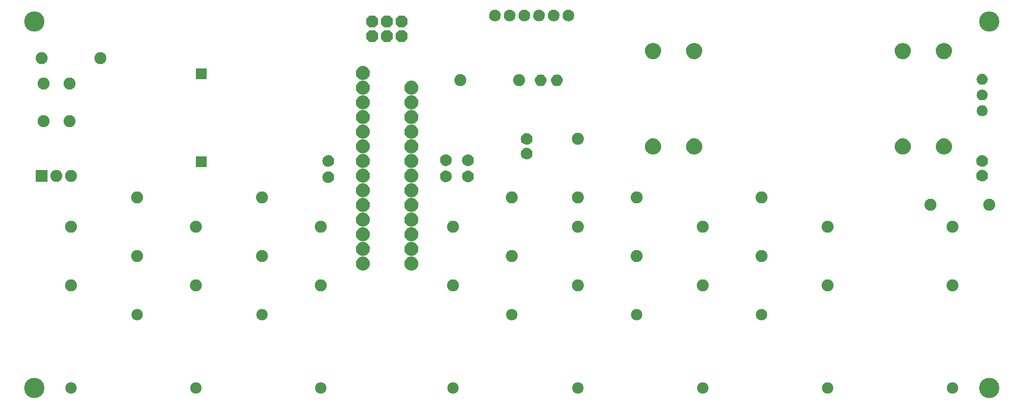
<source format=gbr>
G04 EAGLE Gerber RS-274X export*
G75*
%MOMM*%
%FSLAX34Y34*%
%LPD*%
%INSoldermask Bottom*%
%IPPOS*%
%AMOC8*
5,1,8,0,0,1.08239X$1,22.5*%
G01*
%ADD10C,2.082800*%
%ADD11P,2.254402X8X22.500000*%
%ADD12C,3.505200*%
%ADD13R,1.955800X1.955800*%
%ADD14R,2.082800X2.082800*%
%ADD15C,1.981200*%

G36*
X1094717Y595511D02*
X1094717Y595511D01*
X1094819Y595509D01*
X1097193Y595805D01*
X1097235Y595819D01*
X1097301Y595828D01*
X1099587Y596533D01*
X1099627Y596553D01*
X1099690Y596574D01*
X1101819Y597665D01*
X1101855Y597692D01*
X1101913Y597724D01*
X1103820Y599168D01*
X1103851Y599201D01*
X1103902Y599242D01*
X1105530Y600995D01*
X1105555Y601033D01*
X1105598Y601082D01*
X1106897Y603092D01*
X1106914Y603133D01*
X1106949Y603189D01*
X1107879Y605394D01*
X1107889Y605437D01*
X1107913Y605499D01*
X1108446Y607831D01*
X1108448Y607876D01*
X1108461Y607941D01*
X1108581Y610330D01*
X1108576Y610371D01*
X1108579Y610430D01*
X1108338Y612675D01*
X1108325Y612718D01*
X1108322Y612740D01*
X1108322Y612759D01*
X1108319Y612766D01*
X1108316Y612784D01*
X1107689Y614953D01*
X1107669Y614993D01*
X1107649Y615056D01*
X1106655Y617084D01*
X1106629Y617120D01*
X1106598Y617179D01*
X1105266Y619003D01*
X1105234Y619034D01*
X1105194Y619086D01*
X1103566Y620652D01*
X1103529Y620677D01*
X1103480Y620721D01*
X1101605Y621980D01*
X1101564Y621998D01*
X1101508Y622033D01*
X1099443Y622948D01*
X1099399Y622958D01*
X1099338Y622983D01*
X1097145Y623525D01*
X1097101Y623528D01*
X1097036Y623542D01*
X1094783Y623695D01*
X1094744Y623691D01*
X1094691Y623694D01*
X1092417Y623518D01*
X1092374Y623506D01*
X1092308Y623500D01*
X1090100Y622931D01*
X1090060Y622912D01*
X1089996Y622894D01*
X1087920Y621950D01*
X1087883Y621925D01*
X1087824Y621896D01*
X1085943Y620606D01*
X1085911Y620575D01*
X1085858Y620536D01*
X1084230Y618939D01*
X1084204Y618903D01*
X1084158Y618855D01*
X1082832Y617000D01*
X1082813Y616960D01*
X1082776Y616905D01*
X1081792Y614848D01*
X1081780Y614805D01*
X1081753Y614744D01*
X1081142Y612548D01*
X1081138Y612503D01*
X1081122Y612439D01*
X1080901Y610169D01*
X1080904Y610128D01*
X1080899Y610070D01*
X1081039Y607705D01*
X1081050Y607662D01*
X1081055Y607596D01*
X1081604Y605290D01*
X1081622Y605250D01*
X1081639Y605185D01*
X1082580Y603011D01*
X1082605Y602973D01*
X1082633Y602913D01*
X1083937Y600935D01*
X1083968Y600903D01*
X1084005Y600848D01*
X1085633Y599126D01*
X1085669Y599100D01*
X1085716Y599053D01*
X1087618Y597640D01*
X1087658Y597620D01*
X1087712Y597582D01*
X1089831Y596521D01*
X1089874Y596508D01*
X1089934Y596480D01*
X1092205Y595803D01*
X1092249Y595798D01*
X1092313Y595781D01*
X1094667Y595508D01*
X1094717Y595511D01*
G37*
G36*
X1526517Y595511D02*
X1526517Y595511D01*
X1526619Y595509D01*
X1528993Y595805D01*
X1529035Y595819D01*
X1529101Y595828D01*
X1531387Y596533D01*
X1531427Y596553D01*
X1531490Y596574D01*
X1533619Y597665D01*
X1533655Y597692D01*
X1533713Y597724D01*
X1535620Y599168D01*
X1535651Y599201D01*
X1535702Y599242D01*
X1537330Y600995D01*
X1537355Y601033D01*
X1537398Y601082D01*
X1538697Y603092D01*
X1538714Y603133D01*
X1538749Y603189D01*
X1539679Y605394D01*
X1539689Y605437D01*
X1539713Y605499D01*
X1540246Y607831D01*
X1540248Y607876D01*
X1540261Y607941D01*
X1540381Y610330D01*
X1540376Y610371D01*
X1540379Y610430D01*
X1540138Y612675D01*
X1540125Y612718D01*
X1540122Y612740D01*
X1540122Y612759D01*
X1540119Y612766D01*
X1540116Y612784D01*
X1539489Y614953D01*
X1539469Y614993D01*
X1539449Y615056D01*
X1538455Y617084D01*
X1538429Y617120D01*
X1538398Y617179D01*
X1537066Y619003D01*
X1537034Y619034D01*
X1536994Y619086D01*
X1535366Y620652D01*
X1535329Y620677D01*
X1535280Y620721D01*
X1533405Y621980D01*
X1533364Y621998D01*
X1533308Y622033D01*
X1531243Y622948D01*
X1531199Y622958D01*
X1531138Y622983D01*
X1528945Y623525D01*
X1528901Y623528D01*
X1528836Y623542D01*
X1526583Y623695D01*
X1526544Y623691D01*
X1526491Y623694D01*
X1524217Y623518D01*
X1524174Y623506D01*
X1524108Y623500D01*
X1521900Y622931D01*
X1521860Y622912D01*
X1521796Y622894D01*
X1519720Y621950D01*
X1519683Y621925D01*
X1519624Y621896D01*
X1517743Y620606D01*
X1517711Y620575D01*
X1517658Y620536D01*
X1516030Y618939D01*
X1516004Y618903D01*
X1515958Y618855D01*
X1514632Y617000D01*
X1514613Y616960D01*
X1514576Y616905D01*
X1513592Y614848D01*
X1513580Y614805D01*
X1513553Y614744D01*
X1512942Y612548D01*
X1512938Y612503D01*
X1512922Y612439D01*
X1512701Y610169D01*
X1512704Y610128D01*
X1512699Y610070D01*
X1512839Y607705D01*
X1512850Y607662D01*
X1512855Y607596D01*
X1513404Y605290D01*
X1513422Y605250D01*
X1513439Y605185D01*
X1514380Y603011D01*
X1514405Y602973D01*
X1514433Y602913D01*
X1515737Y600935D01*
X1515768Y600903D01*
X1515805Y600848D01*
X1517433Y599126D01*
X1517469Y599100D01*
X1517516Y599053D01*
X1519418Y597640D01*
X1519458Y597620D01*
X1519512Y597582D01*
X1521631Y596521D01*
X1521674Y596508D01*
X1521734Y596480D01*
X1524005Y595803D01*
X1524049Y595798D01*
X1524113Y595781D01*
X1526467Y595508D01*
X1526517Y595511D01*
G37*
G36*
X1597637Y595511D02*
X1597637Y595511D01*
X1597739Y595509D01*
X1600113Y595805D01*
X1600155Y595819D01*
X1600221Y595828D01*
X1602507Y596533D01*
X1602547Y596553D01*
X1602610Y596574D01*
X1604739Y597665D01*
X1604775Y597692D01*
X1604833Y597724D01*
X1606740Y599168D01*
X1606771Y599201D01*
X1606822Y599242D01*
X1608450Y600995D01*
X1608475Y601033D01*
X1608518Y601082D01*
X1609817Y603092D01*
X1609834Y603133D01*
X1609869Y603189D01*
X1610799Y605394D01*
X1610809Y605437D01*
X1610833Y605499D01*
X1611366Y607831D01*
X1611368Y607876D01*
X1611381Y607941D01*
X1611501Y610330D01*
X1611496Y610371D01*
X1611499Y610430D01*
X1611258Y612675D01*
X1611245Y612718D01*
X1611242Y612740D01*
X1611242Y612759D01*
X1611239Y612766D01*
X1611236Y612784D01*
X1610609Y614953D01*
X1610589Y614993D01*
X1610569Y615056D01*
X1609575Y617084D01*
X1609549Y617120D01*
X1609518Y617179D01*
X1608186Y619003D01*
X1608154Y619034D01*
X1608114Y619086D01*
X1606486Y620652D01*
X1606449Y620677D01*
X1606400Y620721D01*
X1604525Y621980D01*
X1604484Y621998D01*
X1604428Y622033D01*
X1602363Y622948D01*
X1602319Y622958D01*
X1602258Y622983D01*
X1600065Y623525D01*
X1600021Y623528D01*
X1599956Y623542D01*
X1597703Y623695D01*
X1597664Y623691D01*
X1597611Y623694D01*
X1595337Y623518D01*
X1595294Y623506D01*
X1595228Y623500D01*
X1593020Y622931D01*
X1592980Y622912D01*
X1592916Y622894D01*
X1590840Y621950D01*
X1590803Y621925D01*
X1590744Y621896D01*
X1588863Y620606D01*
X1588831Y620575D01*
X1588778Y620536D01*
X1587150Y618939D01*
X1587124Y618903D01*
X1587078Y618855D01*
X1585752Y617000D01*
X1585733Y616960D01*
X1585696Y616905D01*
X1584712Y614848D01*
X1584700Y614805D01*
X1584673Y614744D01*
X1584062Y612548D01*
X1584058Y612503D01*
X1584042Y612439D01*
X1583821Y610169D01*
X1583824Y610128D01*
X1583819Y610070D01*
X1583959Y607705D01*
X1583970Y607662D01*
X1583975Y607596D01*
X1584524Y605290D01*
X1584542Y605250D01*
X1584559Y605185D01*
X1585500Y603011D01*
X1585525Y602973D01*
X1585553Y602913D01*
X1586857Y600935D01*
X1586888Y600903D01*
X1586925Y600848D01*
X1588553Y599126D01*
X1588589Y599100D01*
X1588636Y599053D01*
X1590538Y597640D01*
X1590578Y597620D01*
X1590632Y597582D01*
X1592751Y596521D01*
X1592794Y596508D01*
X1592854Y596480D01*
X1595125Y595803D01*
X1595169Y595798D01*
X1595233Y595781D01*
X1597587Y595508D01*
X1597637Y595511D01*
G37*
G36*
X1165837Y595511D02*
X1165837Y595511D01*
X1165939Y595509D01*
X1168313Y595805D01*
X1168355Y595819D01*
X1168421Y595828D01*
X1170707Y596533D01*
X1170747Y596553D01*
X1170810Y596574D01*
X1172939Y597665D01*
X1172975Y597692D01*
X1173033Y597724D01*
X1174940Y599168D01*
X1174971Y599201D01*
X1175022Y599242D01*
X1176650Y600995D01*
X1176675Y601033D01*
X1176718Y601082D01*
X1178017Y603092D01*
X1178034Y603133D01*
X1178069Y603189D01*
X1178999Y605394D01*
X1179009Y605437D01*
X1179033Y605499D01*
X1179566Y607831D01*
X1179568Y607876D01*
X1179581Y607941D01*
X1179701Y610330D01*
X1179696Y610371D01*
X1179699Y610430D01*
X1179458Y612675D01*
X1179445Y612718D01*
X1179442Y612740D01*
X1179442Y612759D01*
X1179439Y612766D01*
X1179436Y612784D01*
X1178809Y614953D01*
X1178789Y614993D01*
X1178769Y615056D01*
X1177775Y617084D01*
X1177749Y617120D01*
X1177718Y617179D01*
X1176386Y619003D01*
X1176354Y619034D01*
X1176314Y619086D01*
X1174686Y620652D01*
X1174649Y620677D01*
X1174600Y620721D01*
X1172725Y621980D01*
X1172684Y621998D01*
X1172628Y622033D01*
X1170563Y622948D01*
X1170519Y622958D01*
X1170458Y622983D01*
X1168265Y623525D01*
X1168221Y623528D01*
X1168156Y623542D01*
X1165903Y623695D01*
X1165864Y623691D01*
X1165811Y623694D01*
X1163537Y623518D01*
X1163494Y623506D01*
X1163428Y623500D01*
X1161220Y622931D01*
X1161180Y622912D01*
X1161116Y622894D01*
X1159040Y621950D01*
X1159003Y621925D01*
X1158944Y621896D01*
X1157063Y620606D01*
X1157031Y620575D01*
X1156978Y620536D01*
X1155350Y618939D01*
X1155324Y618903D01*
X1155278Y618855D01*
X1153952Y617000D01*
X1153933Y616960D01*
X1153896Y616905D01*
X1152912Y614848D01*
X1152900Y614805D01*
X1152873Y614744D01*
X1152262Y612548D01*
X1152258Y612503D01*
X1152242Y612439D01*
X1152021Y610169D01*
X1152024Y610128D01*
X1152019Y610070D01*
X1152159Y607705D01*
X1152170Y607662D01*
X1152175Y607596D01*
X1152724Y605290D01*
X1152742Y605250D01*
X1152759Y605185D01*
X1153700Y603011D01*
X1153725Y602973D01*
X1153753Y602913D01*
X1155057Y600935D01*
X1155088Y600903D01*
X1155125Y600848D01*
X1156753Y599126D01*
X1156789Y599100D01*
X1156836Y599053D01*
X1158738Y597640D01*
X1158778Y597620D01*
X1158832Y597582D01*
X1160951Y596521D01*
X1160994Y596508D01*
X1161054Y596480D01*
X1163325Y595803D01*
X1163369Y595798D01*
X1163433Y595781D01*
X1165787Y595508D01*
X1165837Y595511D01*
G37*
G36*
X1165856Y430409D02*
X1165856Y430409D01*
X1165909Y430406D01*
X1168183Y430582D01*
X1168226Y430594D01*
X1168292Y430600D01*
X1170500Y431169D01*
X1170540Y431188D01*
X1170604Y431206D01*
X1172680Y432150D01*
X1172717Y432175D01*
X1172776Y432204D01*
X1174657Y433494D01*
X1174689Y433525D01*
X1174742Y433564D01*
X1176370Y435161D01*
X1176396Y435197D01*
X1176442Y435245D01*
X1177768Y437100D01*
X1177787Y437140D01*
X1177824Y437195D01*
X1178808Y439252D01*
X1178820Y439295D01*
X1178847Y439356D01*
X1179458Y441552D01*
X1179462Y441597D01*
X1179479Y441661D01*
X1179699Y443931D01*
X1179696Y443972D01*
X1179701Y444030D01*
X1179561Y446395D01*
X1179550Y446438D01*
X1179545Y446504D01*
X1178996Y448810D01*
X1178978Y448851D01*
X1178961Y448915D01*
X1178020Y451089D01*
X1177995Y451127D01*
X1177967Y451187D01*
X1176663Y453165D01*
X1176632Y453197D01*
X1176595Y453252D01*
X1174967Y454974D01*
X1174931Y455000D01*
X1174922Y455009D01*
X1174921Y455009D01*
X1174884Y455047D01*
X1172982Y456460D01*
X1172942Y456480D01*
X1172888Y456518D01*
X1170769Y457579D01*
X1170726Y457592D01*
X1170666Y457620D01*
X1168395Y458297D01*
X1168351Y458302D01*
X1168287Y458319D01*
X1165933Y458592D01*
X1165883Y458589D01*
X1165781Y458591D01*
X1163407Y458295D01*
X1163365Y458282D01*
X1163299Y458272D01*
X1161013Y457567D01*
X1160973Y457547D01*
X1160910Y457526D01*
X1158781Y456435D01*
X1158745Y456408D01*
X1158687Y456376D01*
X1156780Y454932D01*
X1156749Y454899D01*
X1156698Y454858D01*
X1155070Y453105D01*
X1155046Y453067D01*
X1155002Y453018D01*
X1153703Y451008D01*
X1153686Y450967D01*
X1153651Y450911D01*
X1152721Y448706D01*
X1152711Y448663D01*
X1152687Y448601D01*
X1152154Y446269D01*
X1152152Y446224D01*
X1152139Y446159D01*
X1152019Y443770D01*
X1152024Y443729D01*
X1152021Y443670D01*
X1152262Y441425D01*
X1152275Y441382D01*
X1152284Y441316D01*
X1152911Y439147D01*
X1152931Y439107D01*
X1152951Y439044D01*
X1153945Y437016D01*
X1153972Y436980D01*
X1154002Y436921D01*
X1155334Y435097D01*
X1155366Y435066D01*
X1155406Y435014D01*
X1157034Y433448D01*
X1157071Y433423D01*
X1157120Y433379D01*
X1158995Y432120D01*
X1159036Y432102D01*
X1159092Y432067D01*
X1161157Y431152D01*
X1161201Y431142D01*
X1161262Y431117D01*
X1163455Y430575D01*
X1163499Y430572D01*
X1163564Y430558D01*
X1165817Y430405D01*
X1165856Y430409D01*
G37*
G36*
X1526536Y430409D02*
X1526536Y430409D01*
X1526589Y430406D01*
X1528863Y430582D01*
X1528906Y430594D01*
X1528972Y430600D01*
X1531180Y431169D01*
X1531220Y431188D01*
X1531284Y431206D01*
X1533360Y432150D01*
X1533397Y432175D01*
X1533456Y432204D01*
X1535337Y433494D01*
X1535369Y433525D01*
X1535422Y433564D01*
X1537050Y435161D01*
X1537076Y435197D01*
X1537122Y435245D01*
X1538448Y437100D01*
X1538467Y437140D01*
X1538504Y437195D01*
X1539488Y439252D01*
X1539500Y439295D01*
X1539527Y439356D01*
X1540138Y441552D01*
X1540142Y441597D01*
X1540159Y441661D01*
X1540379Y443931D01*
X1540376Y443972D01*
X1540381Y444030D01*
X1540241Y446395D01*
X1540230Y446438D01*
X1540225Y446504D01*
X1539676Y448810D01*
X1539658Y448851D01*
X1539641Y448915D01*
X1538700Y451089D01*
X1538675Y451127D01*
X1538647Y451187D01*
X1537343Y453165D01*
X1537312Y453197D01*
X1537275Y453252D01*
X1535647Y454974D01*
X1535611Y455000D01*
X1535602Y455009D01*
X1535601Y455009D01*
X1535564Y455047D01*
X1533662Y456460D01*
X1533622Y456480D01*
X1533568Y456518D01*
X1531449Y457579D01*
X1531406Y457592D01*
X1531346Y457620D01*
X1529075Y458297D01*
X1529031Y458302D01*
X1528967Y458319D01*
X1526613Y458592D01*
X1526563Y458589D01*
X1526461Y458591D01*
X1524087Y458295D01*
X1524045Y458282D01*
X1523979Y458272D01*
X1521693Y457567D01*
X1521653Y457547D01*
X1521590Y457526D01*
X1519461Y456435D01*
X1519425Y456408D01*
X1519367Y456376D01*
X1517460Y454932D01*
X1517429Y454899D01*
X1517378Y454858D01*
X1515750Y453105D01*
X1515726Y453067D01*
X1515682Y453018D01*
X1514383Y451008D01*
X1514366Y450967D01*
X1514331Y450911D01*
X1513401Y448706D01*
X1513391Y448663D01*
X1513367Y448601D01*
X1512834Y446269D01*
X1512832Y446224D01*
X1512819Y446159D01*
X1512699Y443770D01*
X1512704Y443729D01*
X1512701Y443670D01*
X1512942Y441425D01*
X1512955Y441382D01*
X1512964Y441316D01*
X1513591Y439147D01*
X1513611Y439107D01*
X1513631Y439044D01*
X1514625Y437016D01*
X1514652Y436980D01*
X1514682Y436921D01*
X1516014Y435097D01*
X1516046Y435066D01*
X1516086Y435014D01*
X1517714Y433448D01*
X1517751Y433423D01*
X1517800Y433379D01*
X1519675Y432120D01*
X1519716Y432102D01*
X1519772Y432067D01*
X1521837Y431152D01*
X1521881Y431142D01*
X1521942Y431117D01*
X1524135Y430575D01*
X1524179Y430572D01*
X1524244Y430558D01*
X1526497Y430405D01*
X1526536Y430409D01*
G37*
G36*
X1597656Y430409D02*
X1597656Y430409D01*
X1597709Y430406D01*
X1599983Y430582D01*
X1600026Y430594D01*
X1600092Y430600D01*
X1602300Y431169D01*
X1602340Y431188D01*
X1602404Y431206D01*
X1604480Y432150D01*
X1604517Y432175D01*
X1604576Y432204D01*
X1606457Y433494D01*
X1606489Y433525D01*
X1606542Y433564D01*
X1608170Y435161D01*
X1608196Y435197D01*
X1608242Y435245D01*
X1609568Y437100D01*
X1609587Y437140D01*
X1609624Y437195D01*
X1610608Y439252D01*
X1610620Y439295D01*
X1610647Y439356D01*
X1611258Y441552D01*
X1611262Y441597D01*
X1611279Y441661D01*
X1611499Y443931D01*
X1611496Y443972D01*
X1611501Y444030D01*
X1611361Y446395D01*
X1611350Y446438D01*
X1611345Y446504D01*
X1610796Y448810D01*
X1610778Y448851D01*
X1610761Y448915D01*
X1609820Y451089D01*
X1609795Y451127D01*
X1609767Y451187D01*
X1608463Y453165D01*
X1608432Y453197D01*
X1608395Y453252D01*
X1606767Y454974D01*
X1606731Y455000D01*
X1606722Y455009D01*
X1606721Y455009D01*
X1606684Y455047D01*
X1604782Y456460D01*
X1604742Y456480D01*
X1604688Y456518D01*
X1602569Y457579D01*
X1602526Y457592D01*
X1602466Y457620D01*
X1600195Y458297D01*
X1600151Y458302D01*
X1600087Y458319D01*
X1597733Y458592D01*
X1597683Y458589D01*
X1597581Y458591D01*
X1595207Y458295D01*
X1595165Y458282D01*
X1595099Y458272D01*
X1592813Y457567D01*
X1592773Y457547D01*
X1592710Y457526D01*
X1590581Y456435D01*
X1590545Y456408D01*
X1590487Y456376D01*
X1588580Y454932D01*
X1588549Y454899D01*
X1588498Y454858D01*
X1586870Y453105D01*
X1586846Y453067D01*
X1586802Y453018D01*
X1585503Y451008D01*
X1585486Y450967D01*
X1585451Y450911D01*
X1584521Y448706D01*
X1584511Y448663D01*
X1584487Y448601D01*
X1583954Y446269D01*
X1583952Y446224D01*
X1583939Y446159D01*
X1583819Y443770D01*
X1583824Y443729D01*
X1583821Y443670D01*
X1584062Y441425D01*
X1584075Y441382D01*
X1584084Y441316D01*
X1584711Y439147D01*
X1584731Y439107D01*
X1584751Y439044D01*
X1585745Y437016D01*
X1585772Y436980D01*
X1585802Y436921D01*
X1587134Y435097D01*
X1587166Y435066D01*
X1587206Y435014D01*
X1588834Y433448D01*
X1588871Y433423D01*
X1588920Y433379D01*
X1590795Y432120D01*
X1590836Y432102D01*
X1590892Y432067D01*
X1592957Y431152D01*
X1593001Y431142D01*
X1593062Y431117D01*
X1595255Y430575D01*
X1595299Y430572D01*
X1595364Y430558D01*
X1597617Y430405D01*
X1597656Y430409D01*
G37*
G36*
X1094736Y430409D02*
X1094736Y430409D01*
X1094789Y430406D01*
X1097063Y430582D01*
X1097106Y430594D01*
X1097172Y430600D01*
X1099380Y431169D01*
X1099420Y431188D01*
X1099484Y431206D01*
X1101560Y432150D01*
X1101597Y432175D01*
X1101656Y432204D01*
X1103537Y433494D01*
X1103569Y433525D01*
X1103622Y433564D01*
X1105250Y435161D01*
X1105276Y435197D01*
X1105322Y435245D01*
X1106648Y437100D01*
X1106667Y437140D01*
X1106704Y437195D01*
X1107688Y439252D01*
X1107700Y439295D01*
X1107727Y439356D01*
X1108338Y441552D01*
X1108342Y441597D01*
X1108359Y441661D01*
X1108579Y443931D01*
X1108576Y443972D01*
X1108581Y444030D01*
X1108441Y446395D01*
X1108430Y446438D01*
X1108425Y446504D01*
X1107876Y448810D01*
X1107858Y448851D01*
X1107841Y448915D01*
X1106900Y451089D01*
X1106875Y451127D01*
X1106847Y451187D01*
X1105543Y453165D01*
X1105512Y453197D01*
X1105475Y453252D01*
X1103847Y454974D01*
X1103811Y455000D01*
X1103802Y455009D01*
X1103801Y455009D01*
X1103764Y455047D01*
X1101862Y456460D01*
X1101822Y456480D01*
X1101768Y456518D01*
X1099649Y457579D01*
X1099606Y457592D01*
X1099546Y457620D01*
X1097275Y458297D01*
X1097231Y458302D01*
X1097167Y458319D01*
X1094813Y458592D01*
X1094763Y458589D01*
X1094661Y458591D01*
X1092287Y458295D01*
X1092245Y458282D01*
X1092179Y458272D01*
X1089893Y457567D01*
X1089853Y457547D01*
X1089790Y457526D01*
X1087661Y456435D01*
X1087625Y456408D01*
X1087567Y456376D01*
X1085660Y454932D01*
X1085629Y454899D01*
X1085578Y454858D01*
X1083950Y453105D01*
X1083926Y453067D01*
X1083882Y453018D01*
X1082583Y451008D01*
X1082566Y450967D01*
X1082531Y450911D01*
X1081601Y448706D01*
X1081591Y448663D01*
X1081567Y448601D01*
X1081034Y446269D01*
X1081032Y446224D01*
X1081019Y446159D01*
X1080899Y443770D01*
X1080904Y443729D01*
X1080901Y443670D01*
X1081142Y441425D01*
X1081155Y441382D01*
X1081164Y441316D01*
X1081791Y439147D01*
X1081811Y439107D01*
X1081831Y439044D01*
X1082825Y437016D01*
X1082852Y436980D01*
X1082882Y436921D01*
X1084214Y435097D01*
X1084246Y435066D01*
X1084286Y435014D01*
X1085914Y433448D01*
X1085951Y433423D01*
X1086000Y433379D01*
X1087875Y432120D01*
X1087916Y432102D01*
X1087972Y432067D01*
X1090037Y431152D01*
X1090081Y431142D01*
X1090142Y431117D01*
X1092335Y430575D01*
X1092379Y430572D01*
X1092444Y430558D01*
X1094697Y430405D01*
X1094736Y430409D01*
G37*
G36*
X679069Y305633D02*
X679069Y305633D01*
X679114Y305645D01*
X679184Y305655D01*
X681213Y306232D01*
X681254Y306252D01*
X681322Y306274D01*
X683210Y307214D01*
X683247Y307242D01*
X683309Y307276D01*
X684993Y308547D01*
X685024Y308581D01*
X685079Y308626D01*
X686500Y310185D01*
X686525Y310224D01*
X686571Y310278D01*
X687681Y312071D01*
X687690Y312094D01*
X687700Y312106D01*
X687710Y312135D01*
X687733Y312176D01*
X688495Y314143D01*
X688504Y314188D01*
X688527Y314255D01*
X688915Y316329D01*
X688915Y316375D01*
X688926Y316445D01*
X688926Y318555D01*
X688917Y318600D01*
X688915Y318671D01*
X688527Y320745D01*
X688513Y320782D01*
X688513Y320788D01*
X688508Y320801D01*
X688495Y320857D01*
X687733Y322824D01*
X687709Y322864D01*
X687681Y322929D01*
X686571Y324722D01*
X686540Y324757D01*
X686500Y324815D01*
X685079Y326374D01*
X685042Y326402D01*
X684993Y326453D01*
X683309Y327724D01*
X683268Y327745D01*
X683210Y327786D01*
X681322Y328726D01*
X681277Y328739D01*
X681213Y328768D01*
X679184Y329345D01*
X679138Y329350D01*
X679069Y329367D01*
X676969Y329562D01*
X676922Y329558D01*
X676851Y329562D01*
X674751Y329367D01*
X674706Y329355D01*
X674636Y329345D01*
X672607Y328768D01*
X672566Y328748D01*
X672498Y328726D01*
X670610Y327786D01*
X670573Y327758D01*
X670511Y327724D01*
X668827Y326453D01*
X668796Y326419D01*
X668741Y326374D01*
X667320Y324815D01*
X667295Y324776D01*
X667249Y324722D01*
X666139Y322929D01*
X666122Y322885D01*
X666115Y322874D01*
X666110Y322867D01*
X666107Y322860D01*
X666087Y322824D01*
X665325Y320857D01*
X665316Y320812D01*
X665293Y320745D01*
X664905Y318671D01*
X664905Y318625D01*
X664895Y318555D01*
X664895Y316445D01*
X664903Y316400D01*
X664905Y316329D01*
X665293Y314255D01*
X665309Y314212D01*
X665325Y314143D01*
X666087Y312176D01*
X666111Y312136D01*
X666139Y312071D01*
X667249Y310278D01*
X667280Y310244D01*
X667320Y310185D01*
X668741Y308626D01*
X668778Y308598D01*
X668827Y308547D01*
X670511Y307276D01*
X670552Y307255D01*
X670610Y307214D01*
X672498Y306274D01*
X672543Y306261D01*
X672607Y306232D01*
X674636Y305655D01*
X674682Y305650D01*
X674751Y305633D01*
X676851Y305438D01*
X676898Y305442D01*
X676969Y305438D01*
X679069Y305633D01*
G37*
G36*
X679069Y356433D02*
X679069Y356433D01*
X679114Y356445D01*
X679184Y356455D01*
X681213Y357032D01*
X681254Y357052D01*
X681322Y357074D01*
X683210Y358014D01*
X683247Y358042D01*
X683309Y358076D01*
X684993Y359347D01*
X685024Y359381D01*
X685079Y359426D01*
X686500Y360985D01*
X686525Y361024D01*
X686571Y361078D01*
X687681Y362871D01*
X687690Y362894D01*
X687700Y362906D01*
X687710Y362935D01*
X687733Y362976D01*
X688495Y364943D01*
X688504Y364988D01*
X688527Y365055D01*
X688915Y367129D01*
X688915Y367175D01*
X688926Y367245D01*
X688926Y369355D01*
X688917Y369400D01*
X688915Y369471D01*
X688527Y371545D01*
X688513Y371582D01*
X688513Y371588D01*
X688508Y371601D01*
X688495Y371657D01*
X687733Y373624D01*
X687709Y373664D01*
X687681Y373729D01*
X686571Y375522D01*
X686540Y375557D01*
X686500Y375615D01*
X685079Y377174D01*
X685042Y377202D01*
X684993Y377253D01*
X683309Y378524D01*
X683268Y378545D01*
X683210Y378586D01*
X681322Y379526D01*
X681277Y379539D01*
X681213Y379568D01*
X679184Y380145D01*
X679138Y380150D01*
X679069Y380167D01*
X676969Y380362D01*
X676922Y380358D01*
X676851Y380362D01*
X674751Y380167D01*
X674706Y380155D01*
X674636Y380145D01*
X672607Y379568D01*
X672566Y379548D01*
X672498Y379526D01*
X670610Y378586D01*
X670573Y378558D01*
X670511Y378524D01*
X668827Y377253D01*
X668796Y377219D01*
X668741Y377174D01*
X667320Y375615D01*
X667295Y375576D01*
X667249Y375522D01*
X666139Y373729D01*
X666122Y373685D01*
X666115Y373674D01*
X666110Y373667D01*
X666107Y373660D01*
X666087Y373624D01*
X665325Y371657D01*
X665316Y371612D01*
X665293Y371545D01*
X664905Y369471D01*
X664905Y369425D01*
X664895Y369355D01*
X664895Y367245D01*
X664903Y367200D01*
X664905Y367129D01*
X665293Y365055D01*
X665309Y365012D01*
X665325Y364943D01*
X666087Y362976D01*
X666111Y362936D01*
X666139Y362871D01*
X667249Y361078D01*
X667280Y361044D01*
X667320Y360985D01*
X668741Y359426D01*
X668778Y359398D01*
X668827Y359347D01*
X670511Y358076D01*
X670552Y358055D01*
X670610Y358014D01*
X672498Y357074D01*
X672543Y357061D01*
X672607Y357032D01*
X674636Y356455D01*
X674682Y356450D01*
X674751Y356433D01*
X676851Y356238D01*
X676898Y356242D01*
X676969Y356238D01*
X679069Y356433D01*
G37*
G36*
X595249Y356433D02*
X595249Y356433D01*
X595294Y356445D01*
X595364Y356455D01*
X597393Y357032D01*
X597434Y357052D01*
X597502Y357074D01*
X599390Y358014D01*
X599427Y358042D01*
X599489Y358076D01*
X601173Y359347D01*
X601204Y359381D01*
X601259Y359426D01*
X602680Y360985D01*
X602705Y361024D01*
X602751Y361078D01*
X603861Y362871D01*
X603870Y362894D01*
X603880Y362906D01*
X603890Y362935D01*
X603913Y362976D01*
X604675Y364943D01*
X604684Y364988D01*
X604707Y365055D01*
X605095Y367129D01*
X605095Y367175D01*
X605106Y367245D01*
X605106Y369355D01*
X605097Y369400D01*
X605095Y369471D01*
X604707Y371545D01*
X604693Y371582D01*
X604693Y371588D01*
X604688Y371601D01*
X604675Y371657D01*
X603913Y373624D01*
X603889Y373664D01*
X603861Y373729D01*
X602751Y375522D01*
X602720Y375557D01*
X602680Y375615D01*
X601259Y377174D01*
X601222Y377202D01*
X601173Y377253D01*
X599489Y378524D01*
X599448Y378545D01*
X599390Y378586D01*
X597502Y379526D01*
X597457Y379539D01*
X597393Y379568D01*
X595364Y380145D01*
X595318Y380150D01*
X595249Y380167D01*
X593149Y380362D01*
X593102Y380358D01*
X593031Y380362D01*
X590931Y380167D01*
X590886Y380155D01*
X590816Y380145D01*
X588787Y379568D01*
X588746Y379548D01*
X588678Y379526D01*
X586790Y378586D01*
X586753Y378558D01*
X586691Y378524D01*
X585007Y377253D01*
X584976Y377219D01*
X584921Y377174D01*
X583500Y375615D01*
X583475Y375576D01*
X583429Y375522D01*
X582319Y373729D01*
X582302Y373685D01*
X582295Y373674D01*
X582290Y373667D01*
X582287Y373660D01*
X582267Y373624D01*
X581505Y371657D01*
X581496Y371612D01*
X581473Y371545D01*
X581085Y369471D01*
X581085Y369425D01*
X581075Y369355D01*
X581075Y367245D01*
X581083Y367200D01*
X581085Y367129D01*
X581473Y365055D01*
X581489Y365012D01*
X581505Y364943D01*
X582267Y362976D01*
X582291Y362936D01*
X582319Y362871D01*
X583429Y361078D01*
X583460Y361044D01*
X583500Y360985D01*
X584921Y359426D01*
X584958Y359398D01*
X585007Y359347D01*
X586691Y358076D01*
X586732Y358055D01*
X586790Y358014D01*
X588678Y357074D01*
X588723Y357061D01*
X588787Y357032D01*
X590816Y356455D01*
X590862Y356450D01*
X590931Y356433D01*
X593031Y356238D01*
X593078Y356242D01*
X593149Y356238D01*
X595249Y356433D01*
G37*
G36*
X679069Y331033D02*
X679069Y331033D01*
X679114Y331045D01*
X679184Y331055D01*
X681213Y331632D01*
X681254Y331652D01*
X681322Y331674D01*
X683210Y332614D01*
X683247Y332642D01*
X683309Y332676D01*
X684993Y333947D01*
X685024Y333981D01*
X685079Y334026D01*
X686500Y335585D01*
X686525Y335624D01*
X686571Y335678D01*
X687681Y337471D01*
X687690Y337494D01*
X687700Y337506D01*
X687710Y337535D01*
X687733Y337576D01*
X688495Y339543D01*
X688504Y339588D01*
X688527Y339655D01*
X688915Y341729D01*
X688915Y341775D01*
X688926Y341845D01*
X688926Y343955D01*
X688917Y344000D01*
X688915Y344071D01*
X688527Y346145D01*
X688513Y346182D01*
X688513Y346188D01*
X688508Y346201D01*
X688495Y346257D01*
X687733Y348224D01*
X687709Y348264D01*
X687681Y348329D01*
X686571Y350122D01*
X686540Y350157D01*
X686500Y350215D01*
X685079Y351774D01*
X685042Y351802D01*
X684993Y351853D01*
X683309Y353124D01*
X683268Y353145D01*
X683210Y353186D01*
X681322Y354126D01*
X681277Y354139D01*
X681213Y354168D01*
X679184Y354745D01*
X679138Y354750D01*
X679069Y354767D01*
X676969Y354962D01*
X676922Y354958D01*
X676851Y354962D01*
X674751Y354767D01*
X674706Y354755D01*
X674636Y354745D01*
X672607Y354168D01*
X672566Y354148D01*
X672498Y354126D01*
X670610Y353186D01*
X670573Y353158D01*
X670511Y353124D01*
X668827Y351853D01*
X668796Y351819D01*
X668741Y351774D01*
X667320Y350215D01*
X667295Y350176D01*
X667249Y350122D01*
X666139Y348329D01*
X666122Y348285D01*
X666115Y348274D01*
X666110Y348267D01*
X666107Y348260D01*
X666087Y348224D01*
X665325Y346257D01*
X665316Y346212D01*
X665293Y346145D01*
X664905Y344071D01*
X664905Y344025D01*
X664895Y343955D01*
X664895Y341845D01*
X664903Y341800D01*
X664905Y341729D01*
X665293Y339655D01*
X665309Y339612D01*
X665325Y339543D01*
X666087Y337576D01*
X666111Y337536D01*
X666139Y337471D01*
X667249Y335678D01*
X667280Y335644D01*
X667320Y335585D01*
X668741Y334026D01*
X668778Y333998D01*
X668827Y333947D01*
X670511Y332676D01*
X670552Y332655D01*
X670610Y332614D01*
X672498Y331674D01*
X672543Y331661D01*
X672607Y331632D01*
X674636Y331055D01*
X674682Y331050D01*
X674751Y331033D01*
X676851Y330838D01*
X676898Y330842D01*
X676969Y330838D01*
X679069Y331033D01*
G37*
G36*
X595249Y331033D02*
X595249Y331033D01*
X595294Y331045D01*
X595364Y331055D01*
X597393Y331632D01*
X597434Y331652D01*
X597502Y331674D01*
X599390Y332614D01*
X599427Y332642D01*
X599489Y332676D01*
X601173Y333947D01*
X601204Y333981D01*
X601259Y334026D01*
X602680Y335585D01*
X602705Y335624D01*
X602751Y335678D01*
X603861Y337471D01*
X603870Y337494D01*
X603880Y337506D01*
X603890Y337535D01*
X603913Y337576D01*
X604675Y339543D01*
X604684Y339588D01*
X604707Y339655D01*
X605095Y341729D01*
X605095Y341775D01*
X605106Y341845D01*
X605106Y343955D01*
X605097Y344000D01*
X605095Y344071D01*
X604707Y346145D01*
X604693Y346182D01*
X604693Y346188D01*
X604688Y346201D01*
X604675Y346257D01*
X603913Y348224D01*
X603889Y348264D01*
X603861Y348329D01*
X602751Y350122D01*
X602720Y350157D01*
X602680Y350215D01*
X601259Y351774D01*
X601222Y351802D01*
X601173Y351853D01*
X599489Y353124D01*
X599448Y353145D01*
X599390Y353186D01*
X597502Y354126D01*
X597457Y354139D01*
X597393Y354168D01*
X595364Y354745D01*
X595318Y354750D01*
X595249Y354767D01*
X593149Y354962D01*
X593102Y354958D01*
X593031Y354962D01*
X590931Y354767D01*
X590886Y354755D01*
X590816Y354745D01*
X588787Y354168D01*
X588746Y354148D01*
X588678Y354126D01*
X586790Y353186D01*
X586753Y353158D01*
X586691Y353124D01*
X585007Y351853D01*
X584976Y351819D01*
X584921Y351774D01*
X583500Y350215D01*
X583475Y350176D01*
X583429Y350122D01*
X582319Y348329D01*
X582302Y348285D01*
X582295Y348274D01*
X582290Y348267D01*
X582287Y348260D01*
X582267Y348224D01*
X581505Y346257D01*
X581496Y346212D01*
X581473Y346145D01*
X581085Y344071D01*
X581085Y344025D01*
X581075Y343955D01*
X581075Y341845D01*
X581083Y341800D01*
X581085Y341729D01*
X581473Y339655D01*
X581489Y339612D01*
X581505Y339543D01*
X582267Y337576D01*
X582291Y337536D01*
X582319Y337471D01*
X583429Y335678D01*
X583460Y335644D01*
X583500Y335585D01*
X584921Y334026D01*
X584958Y333998D01*
X585007Y333947D01*
X586691Y332676D01*
X586732Y332655D01*
X586790Y332614D01*
X588678Y331674D01*
X588723Y331661D01*
X588787Y331632D01*
X590816Y331055D01*
X590862Y331050D01*
X590931Y331033D01*
X593031Y330838D01*
X593078Y330842D01*
X593149Y330838D01*
X595249Y331033D01*
G37*
G36*
X679069Y534233D02*
X679069Y534233D01*
X679114Y534245D01*
X679184Y534255D01*
X681213Y534832D01*
X681254Y534852D01*
X681322Y534874D01*
X683210Y535814D01*
X683247Y535842D01*
X683309Y535876D01*
X684993Y537147D01*
X685024Y537181D01*
X685079Y537226D01*
X686500Y538785D01*
X686525Y538824D01*
X686571Y538878D01*
X687681Y540671D01*
X687690Y540694D01*
X687700Y540706D01*
X687710Y540735D01*
X687733Y540776D01*
X688495Y542743D01*
X688504Y542788D01*
X688527Y542855D01*
X688915Y544929D01*
X688915Y544975D01*
X688926Y545045D01*
X688926Y547155D01*
X688917Y547200D01*
X688915Y547271D01*
X688527Y549345D01*
X688513Y549382D01*
X688513Y549388D01*
X688508Y549401D01*
X688495Y549457D01*
X687733Y551424D01*
X687709Y551464D01*
X687681Y551529D01*
X686571Y553322D01*
X686540Y553357D01*
X686500Y553415D01*
X685079Y554974D01*
X685042Y555002D01*
X684993Y555053D01*
X683309Y556324D01*
X683268Y556345D01*
X683210Y556386D01*
X681322Y557326D01*
X681277Y557339D01*
X681213Y557368D01*
X679184Y557945D01*
X679138Y557950D01*
X679069Y557967D01*
X676969Y558162D01*
X676922Y558158D01*
X676851Y558162D01*
X674751Y557967D01*
X674706Y557955D01*
X674636Y557945D01*
X672607Y557368D01*
X672566Y557348D01*
X672498Y557326D01*
X670610Y556386D01*
X670573Y556358D01*
X670511Y556324D01*
X668827Y555053D01*
X668796Y555019D01*
X668741Y554974D01*
X667320Y553415D01*
X667295Y553376D01*
X667249Y553322D01*
X666139Y551529D01*
X666122Y551485D01*
X666115Y551474D01*
X666110Y551467D01*
X666107Y551460D01*
X666087Y551424D01*
X665325Y549457D01*
X665316Y549412D01*
X665293Y549345D01*
X664905Y547271D01*
X664905Y547225D01*
X664895Y547155D01*
X664895Y545045D01*
X664903Y545000D01*
X664905Y544929D01*
X665293Y542855D01*
X665309Y542812D01*
X665325Y542743D01*
X666087Y540776D01*
X666111Y540736D01*
X666139Y540671D01*
X667249Y538878D01*
X667280Y538844D01*
X667320Y538785D01*
X668741Y537226D01*
X668778Y537198D01*
X668827Y537147D01*
X670511Y535876D01*
X670552Y535855D01*
X670610Y535814D01*
X672498Y534874D01*
X672543Y534861D01*
X672607Y534832D01*
X674636Y534255D01*
X674682Y534250D01*
X674751Y534233D01*
X676851Y534038D01*
X676898Y534042D01*
X676969Y534038D01*
X679069Y534233D01*
G37*
G36*
X595249Y559633D02*
X595249Y559633D01*
X595294Y559645D01*
X595364Y559655D01*
X597393Y560232D01*
X597434Y560252D01*
X597502Y560274D01*
X599390Y561214D01*
X599427Y561242D01*
X599489Y561276D01*
X601173Y562547D01*
X601204Y562581D01*
X601259Y562626D01*
X602680Y564185D01*
X602705Y564224D01*
X602751Y564278D01*
X603861Y566071D01*
X603870Y566094D01*
X603880Y566106D01*
X603890Y566135D01*
X603913Y566176D01*
X604675Y568143D01*
X604684Y568188D01*
X604707Y568255D01*
X605095Y570329D01*
X605095Y570375D01*
X605106Y570445D01*
X605106Y572555D01*
X605097Y572600D01*
X605095Y572671D01*
X604707Y574745D01*
X604693Y574782D01*
X604693Y574788D01*
X604688Y574801D01*
X604675Y574857D01*
X603913Y576824D01*
X603889Y576864D01*
X603861Y576929D01*
X602751Y578722D01*
X602720Y578757D01*
X602680Y578815D01*
X601259Y580374D01*
X601222Y580402D01*
X601173Y580453D01*
X599489Y581724D01*
X599448Y581745D01*
X599390Y581786D01*
X597502Y582726D01*
X597457Y582739D01*
X597393Y582768D01*
X595364Y583345D01*
X595318Y583350D01*
X595249Y583367D01*
X593149Y583562D01*
X593102Y583558D01*
X593031Y583562D01*
X590931Y583367D01*
X590886Y583355D01*
X590816Y583345D01*
X588787Y582768D01*
X588746Y582748D01*
X588678Y582726D01*
X586790Y581786D01*
X586753Y581758D01*
X586691Y581724D01*
X585007Y580453D01*
X584976Y580419D01*
X584921Y580374D01*
X583500Y578815D01*
X583475Y578776D01*
X583429Y578722D01*
X582319Y576929D01*
X582302Y576885D01*
X582295Y576874D01*
X582290Y576867D01*
X582287Y576860D01*
X582267Y576824D01*
X581505Y574857D01*
X581496Y574812D01*
X581473Y574745D01*
X581085Y572671D01*
X581085Y572625D01*
X581075Y572555D01*
X581075Y570445D01*
X581083Y570400D01*
X581085Y570329D01*
X581473Y568255D01*
X581489Y568212D01*
X581505Y568143D01*
X582267Y566176D01*
X582291Y566136D01*
X582319Y566071D01*
X583429Y564278D01*
X583460Y564244D01*
X583500Y564185D01*
X584921Y562626D01*
X584958Y562598D01*
X585007Y562547D01*
X586691Y561276D01*
X586732Y561255D01*
X586790Y561214D01*
X588678Y560274D01*
X588723Y560261D01*
X588787Y560232D01*
X590816Y559655D01*
X590862Y559650D01*
X590931Y559633D01*
X593031Y559438D01*
X593078Y559442D01*
X593149Y559438D01*
X595249Y559633D01*
G37*
G36*
X679069Y229433D02*
X679069Y229433D01*
X679114Y229445D01*
X679184Y229455D01*
X681213Y230032D01*
X681254Y230052D01*
X681322Y230074D01*
X683210Y231014D01*
X683247Y231042D01*
X683309Y231076D01*
X684993Y232347D01*
X685024Y232381D01*
X685079Y232426D01*
X686500Y233985D01*
X686525Y234024D01*
X686571Y234078D01*
X687681Y235871D01*
X687690Y235894D01*
X687700Y235906D01*
X687710Y235935D01*
X687733Y235976D01*
X688495Y237943D01*
X688504Y237988D01*
X688527Y238055D01*
X688915Y240129D01*
X688915Y240175D01*
X688926Y240245D01*
X688926Y242355D01*
X688917Y242400D01*
X688915Y242471D01*
X688527Y244545D01*
X688513Y244582D01*
X688513Y244588D01*
X688508Y244601D01*
X688495Y244657D01*
X687733Y246624D01*
X687709Y246664D01*
X687681Y246729D01*
X686571Y248522D01*
X686540Y248557D01*
X686500Y248615D01*
X685079Y250174D01*
X685042Y250202D01*
X684993Y250253D01*
X683309Y251524D01*
X683268Y251545D01*
X683210Y251586D01*
X681322Y252526D01*
X681277Y252539D01*
X681213Y252568D01*
X679184Y253145D01*
X679138Y253150D01*
X679069Y253167D01*
X676969Y253362D01*
X676922Y253358D01*
X676851Y253362D01*
X674751Y253167D01*
X674706Y253155D01*
X674636Y253145D01*
X672607Y252568D01*
X672566Y252548D01*
X672498Y252526D01*
X670610Y251586D01*
X670573Y251558D01*
X670511Y251524D01*
X668827Y250253D01*
X668796Y250219D01*
X668741Y250174D01*
X667320Y248615D01*
X667295Y248576D01*
X667249Y248522D01*
X666139Y246729D01*
X666122Y246685D01*
X666115Y246674D01*
X666110Y246667D01*
X666107Y246660D01*
X666087Y246624D01*
X665325Y244657D01*
X665316Y244612D01*
X665293Y244545D01*
X664905Y242471D01*
X664905Y242425D01*
X664895Y242355D01*
X664895Y240245D01*
X664903Y240200D01*
X664905Y240129D01*
X665293Y238055D01*
X665309Y238012D01*
X665325Y237943D01*
X666087Y235976D01*
X666111Y235936D01*
X666139Y235871D01*
X667249Y234078D01*
X667280Y234044D01*
X667320Y233985D01*
X668741Y232426D01*
X668778Y232398D01*
X668827Y232347D01*
X670511Y231076D01*
X670552Y231055D01*
X670610Y231014D01*
X672498Y230074D01*
X672543Y230061D01*
X672607Y230032D01*
X674636Y229455D01*
X674682Y229450D01*
X674751Y229433D01*
X676851Y229238D01*
X676898Y229242D01*
X676969Y229238D01*
X679069Y229433D01*
G37*
G36*
X595249Y305633D02*
X595249Y305633D01*
X595294Y305645D01*
X595364Y305655D01*
X597393Y306232D01*
X597434Y306252D01*
X597502Y306274D01*
X599390Y307214D01*
X599427Y307242D01*
X599489Y307276D01*
X601173Y308547D01*
X601204Y308581D01*
X601259Y308626D01*
X602680Y310185D01*
X602705Y310224D01*
X602751Y310278D01*
X603861Y312071D01*
X603870Y312094D01*
X603880Y312106D01*
X603890Y312135D01*
X603913Y312176D01*
X604675Y314143D01*
X604684Y314188D01*
X604707Y314255D01*
X605095Y316329D01*
X605095Y316375D01*
X605106Y316445D01*
X605106Y318555D01*
X605097Y318600D01*
X605095Y318671D01*
X604707Y320745D01*
X604693Y320782D01*
X604693Y320788D01*
X604688Y320801D01*
X604675Y320857D01*
X603913Y322824D01*
X603889Y322864D01*
X603861Y322929D01*
X602751Y324722D01*
X602720Y324757D01*
X602680Y324815D01*
X601259Y326374D01*
X601222Y326402D01*
X601173Y326453D01*
X599489Y327724D01*
X599448Y327745D01*
X599390Y327786D01*
X597502Y328726D01*
X597457Y328739D01*
X597393Y328768D01*
X595364Y329345D01*
X595318Y329350D01*
X595249Y329367D01*
X593149Y329562D01*
X593102Y329558D01*
X593031Y329562D01*
X590931Y329367D01*
X590886Y329355D01*
X590816Y329345D01*
X588787Y328768D01*
X588746Y328748D01*
X588678Y328726D01*
X586790Y327786D01*
X586753Y327758D01*
X586691Y327724D01*
X585007Y326453D01*
X584976Y326419D01*
X584921Y326374D01*
X583500Y324815D01*
X583475Y324776D01*
X583429Y324722D01*
X582319Y322929D01*
X582302Y322885D01*
X582295Y322874D01*
X582290Y322867D01*
X582287Y322860D01*
X582267Y322824D01*
X581505Y320857D01*
X581496Y320812D01*
X581473Y320745D01*
X581085Y318671D01*
X581085Y318625D01*
X581075Y318555D01*
X581075Y316445D01*
X581083Y316400D01*
X581085Y316329D01*
X581473Y314255D01*
X581489Y314212D01*
X581505Y314143D01*
X582267Y312176D01*
X582291Y312136D01*
X582319Y312071D01*
X583429Y310278D01*
X583460Y310244D01*
X583500Y310185D01*
X584921Y308626D01*
X584958Y308598D01*
X585007Y308547D01*
X586691Y307276D01*
X586732Y307255D01*
X586790Y307214D01*
X588678Y306274D01*
X588723Y306261D01*
X588787Y306232D01*
X590816Y305655D01*
X590862Y305650D01*
X590931Y305633D01*
X593031Y305438D01*
X593078Y305442D01*
X593149Y305438D01*
X595249Y305633D01*
G37*
G36*
X679069Y280233D02*
X679069Y280233D01*
X679114Y280245D01*
X679184Y280255D01*
X681213Y280832D01*
X681254Y280852D01*
X681322Y280874D01*
X683210Y281814D01*
X683247Y281842D01*
X683309Y281876D01*
X684993Y283147D01*
X685024Y283181D01*
X685079Y283226D01*
X686500Y284785D01*
X686525Y284824D01*
X686571Y284878D01*
X687681Y286671D01*
X687690Y286694D01*
X687700Y286706D01*
X687710Y286735D01*
X687733Y286776D01*
X688495Y288743D01*
X688504Y288788D01*
X688527Y288855D01*
X688915Y290929D01*
X688915Y290975D01*
X688926Y291045D01*
X688926Y293155D01*
X688917Y293200D01*
X688915Y293271D01*
X688527Y295345D01*
X688513Y295382D01*
X688513Y295388D01*
X688508Y295401D01*
X688495Y295457D01*
X687733Y297424D01*
X687709Y297464D01*
X687681Y297529D01*
X686571Y299322D01*
X686540Y299357D01*
X686500Y299415D01*
X685079Y300974D01*
X685042Y301002D01*
X684993Y301053D01*
X683309Y302324D01*
X683268Y302345D01*
X683210Y302386D01*
X681322Y303326D01*
X681277Y303339D01*
X681213Y303368D01*
X679184Y303945D01*
X679138Y303950D01*
X679069Y303967D01*
X676969Y304162D01*
X676922Y304158D01*
X676851Y304162D01*
X674751Y303967D01*
X674706Y303955D01*
X674636Y303945D01*
X672607Y303368D01*
X672566Y303348D01*
X672498Y303326D01*
X670610Y302386D01*
X670573Y302358D01*
X670511Y302324D01*
X668827Y301053D01*
X668796Y301019D01*
X668741Y300974D01*
X667320Y299415D01*
X667295Y299376D01*
X667249Y299322D01*
X666139Y297529D01*
X666122Y297485D01*
X666115Y297474D01*
X666110Y297467D01*
X666107Y297460D01*
X666087Y297424D01*
X665325Y295457D01*
X665316Y295412D01*
X665293Y295345D01*
X664905Y293271D01*
X664905Y293225D01*
X664895Y293155D01*
X664895Y291045D01*
X664903Y291000D01*
X664905Y290929D01*
X665293Y288855D01*
X665309Y288812D01*
X665325Y288743D01*
X666087Y286776D01*
X666111Y286736D01*
X666139Y286671D01*
X667249Y284878D01*
X667280Y284844D01*
X667320Y284785D01*
X668741Y283226D01*
X668778Y283198D01*
X668827Y283147D01*
X670511Y281876D01*
X670552Y281855D01*
X670610Y281814D01*
X672498Y280874D01*
X672543Y280861D01*
X672607Y280832D01*
X674636Y280255D01*
X674682Y280250D01*
X674751Y280233D01*
X676851Y280038D01*
X676898Y280042D01*
X676969Y280038D01*
X679069Y280233D01*
G37*
G36*
X595249Y280233D02*
X595249Y280233D01*
X595294Y280245D01*
X595364Y280255D01*
X597393Y280832D01*
X597434Y280852D01*
X597502Y280874D01*
X599390Y281814D01*
X599427Y281842D01*
X599489Y281876D01*
X601173Y283147D01*
X601204Y283181D01*
X601259Y283226D01*
X602680Y284785D01*
X602705Y284824D01*
X602751Y284878D01*
X603861Y286671D01*
X603870Y286694D01*
X603880Y286706D01*
X603890Y286735D01*
X603913Y286776D01*
X604675Y288743D01*
X604684Y288788D01*
X604707Y288855D01*
X605095Y290929D01*
X605095Y290975D01*
X605106Y291045D01*
X605106Y293155D01*
X605097Y293200D01*
X605095Y293271D01*
X604707Y295345D01*
X604693Y295382D01*
X604693Y295388D01*
X604688Y295401D01*
X604675Y295457D01*
X603913Y297424D01*
X603889Y297464D01*
X603861Y297529D01*
X602751Y299322D01*
X602720Y299357D01*
X602680Y299415D01*
X601259Y300974D01*
X601222Y301002D01*
X601173Y301053D01*
X599489Y302324D01*
X599448Y302345D01*
X599390Y302386D01*
X597502Y303326D01*
X597457Y303339D01*
X597393Y303368D01*
X595364Y303945D01*
X595318Y303950D01*
X595249Y303967D01*
X593149Y304162D01*
X593102Y304158D01*
X593031Y304162D01*
X590931Y303967D01*
X590886Y303955D01*
X590816Y303945D01*
X588787Y303368D01*
X588746Y303348D01*
X588678Y303326D01*
X586790Y302386D01*
X586753Y302358D01*
X586691Y302324D01*
X585007Y301053D01*
X584976Y301019D01*
X584921Y300974D01*
X583500Y299415D01*
X583475Y299376D01*
X583429Y299322D01*
X582319Y297529D01*
X582302Y297485D01*
X582295Y297474D01*
X582290Y297467D01*
X582287Y297460D01*
X582267Y297424D01*
X581505Y295457D01*
X581496Y295412D01*
X581473Y295345D01*
X581085Y293271D01*
X581085Y293225D01*
X581075Y293155D01*
X581075Y291045D01*
X581083Y291000D01*
X581085Y290929D01*
X581473Y288855D01*
X581489Y288812D01*
X581505Y288743D01*
X582267Y286776D01*
X582291Y286736D01*
X582319Y286671D01*
X583429Y284878D01*
X583460Y284844D01*
X583500Y284785D01*
X584921Y283226D01*
X584958Y283198D01*
X585007Y283147D01*
X586691Y281876D01*
X586732Y281855D01*
X586790Y281814D01*
X588678Y280874D01*
X588723Y280861D01*
X588787Y280832D01*
X590816Y280255D01*
X590862Y280250D01*
X590931Y280233D01*
X593031Y280038D01*
X593078Y280042D01*
X593149Y280038D01*
X595249Y280233D01*
G37*
G36*
X595249Y534233D02*
X595249Y534233D01*
X595294Y534245D01*
X595364Y534255D01*
X597393Y534832D01*
X597434Y534852D01*
X597502Y534874D01*
X599390Y535814D01*
X599427Y535842D01*
X599489Y535876D01*
X601173Y537147D01*
X601204Y537181D01*
X601259Y537226D01*
X602680Y538785D01*
X602705Y538824D01*
X602751Y538878D01*
X603861Y540671D01*
X603870Y540694D01*
X603880Y540706D01*
X603890Y540735D01*
X603913Y540776D01*
X604675Y542743D01*
X604684Y542788D01*
X604707Y542855D01*
X605095Y544929D01*
X605095Y544975D01*
X605106Y545045D01*
X605106Y547155D01*
X605097Y547200D01*
X605095Y547271D01*
X604707Y549345D01*
X604693Y549382D01*
X604693Y549388D01*
X604688Y549401D01*
X604675Y549457D01*
X603913Y551424D01*
X603889Y551464D01*
X603861Y551529D01*
X602751Y553322D01*
X602720Y553357D01*
X602680Y553415D01*
X601259Y554974D01*
X601222Y555002D01*
X601173Y555053D01*
X599489Y556324D01*
X599448Y556345D01*
X599390Y556386D01*
X597502Y557326D01*
X597457Y557339D01*
X597393Y557368D01*
X595364Y557945D01*
X595318Y557950D01*
X595249Y557967D01*
X593149Y558162D01*
X593102Y558158D01*
X593031Y558162D01*
X590931Y557967D01*
X590886Y557955D01*
X590816Y557945D01*
X588787Y557368D01*
X588746Y557348D01*
X588678Y557326D01*
X586790Y556386D01*
X586753Y556358D01*
X586691Y556324D01*
X585007Y555053D01*
X584976Y555019D01*
X584921Y554974D01*
X583500Y553415D01*
X583475Y553376D01*
X583429Y553322D01*
X582319Y551529D01*
X582302Y551485D01*
X582295Y551474D01*
X582290Y551467D01*
X582287Y551460D01*
X582267Y551424D01*
X581505Y549457D01*
X581496Y549412D01*
X581473Y549345D01*
X581085Y547271D01*
X581085Y547225D01*
X581075Y547155D01*
X581075Y545045D01*
X581083Y545000D01*
X581085Y544929D01*
X581473Y542855D01*
X581489Y542812D01*
X581505Y542743D01*
X582267Y540776D01*
X582291Y540736D01*
X582319Y540671D01*
X583429Y538878D01*
X583460Y538844D01*
X583500Y538785D01*
X584921Y537226D01*
X584958Y537198D01*
X585007Y537147D01*
X586691Y535876D01*
X586732Y535855D01*
X586790Y535814D01*
X588678Y534874D01*
X588723Y534861D01*
X588787Y534832D01*
X590816Y534255D01*
X590862Y534250D01*
X590931Y534233D01*
X593031Y534038D01*
X593078Y534042D01*
X593149Y534038D01*
X595249Y534233D01*
G37*
G36*
X595249Y254833D02*
X595249Y254833D01*
X595294Y254845D01*
X595364Y254855D01*
X597393Y255432D01*
X597434Y255452D01*
X597502Y255474D01*
X599390Y256414D01*
X599427Y256442D01*
X599489Y256476D01*
X601173Y257747D01*
X601204Y257781D01*
X601259Y257826D01*
X602680Y259385D01*
X602705Y259424D01*
X602751Y259478D01*
X603861Y261271D01*
X603870Y261294D01*
X603880Y261306D01*
X603890Y261335D01*
X603913Y261376D01*
X604675Y263343D01*
X604684Y263388D01*
X604707Y263455D01*
X605095Y265529D01*
X605095Y265575D01*
X605106Y265645D01*
X605106Y267755D01*
X605097Y267800D01*
X605095Y267871D01*
X604707Y269945D01*
X604693Y269982D01*
X604693Y269988D01*
X604688Y270001D01*
X604675Y270057D01*
X603913Y272024D01*
X603889Y272064D01*
X603861Y272129D01*
X602751Y273922D01*
X602720Y273957D01*
X602680Y274015D01*
X601259Y275574D01*
X601222Y275602D01*
X601173Y275653D01*
X599489Y276924D01*
X599448Y276945D01*
X599390Y276986D01*
X597502Y277926D01*
X597457Y277939D01*
X597393Y277968D01*
X595364Y278545D01*
X595318Y278550D01*
X595249Y278567D01*
X593149Y278762D01*
X593102Y278758D01*
X593031Y278762D01*
X590931Y278567D01*
X590886Y278555D01*
X590816Y278545D01*
X588787Y277968D01*
X588746Y277948D01*
X588678Y277926D01*
X586790Y276986D01*
X586753Y276958D01*
X586691Y276924D01*
X585007Y275653D01*
X584976Y275619D01*
X584921Y275574D01*
X583500Y274015D01*
X583475Y273976D01*
X583429Y273922D01*
X582319Y272129D01*
X582302Y272085D01*
X582295Y272074D01*
X582290Y272067D01*
X582287Y272060D01*
X582267Y272024D01*
X581505Y270057D01*
X581496Y270012D01*
X581473Y269945D01*
X581085Y267871D01*
X581085Y267825D01*
X581075Y267755D01*
X581075Y265645D01*
X581083Y265600D01*
X581085Y265529D01*
X581473Y263455D01*
X581489Y263412D01*
X581505Y263343D01*
X582267Y261376D01*
X582291Y261336D01*
X582319Y261271D01*
X583429Y259478D01*
X583460Y259444D01*
X583500Y259385D01*
X584921Y257826D01*
X584958Y257798D01*
X585007Y257747D01*
X586691Y256476D01*
X586732Y256455D01*
X586790Y256414D01*
X588678Y255474D01*
X588723Y255461D01*
X588787Y255432D01*
X590816Y254855D01*
X590862Y254850D01*
X590931Y254833D01*
X593031Y254638D01*
X593078Y254642D01*
X593149Y254638D01*
X595249Y254833D01*
G37*
G36*
X595249Y508833D02*
X595249Y508833D01*
X595294Y508845D01*
X595364Y508855D01*
X597393Y509432D01*
X597434Y509452D01*
X597502Y509474D01*
X599390Y510414D01*
X599427Y510442D01*
X599489Y510476D01*
X601173Y511747D01*
X601204Y511781D01*
X601259Y511826D01*
X602680Y513385D01*
X602705Y513424D01*
X602751Y513478D01*
X603861Y515271D01*
X603870Y515294D01*
X603880Y515306D01*
X603890Y515335D01*
X603913Y515376D01*
X604675Y517343D01*
X604684Y517388D01*
X604707Y517455D01*
X605095Y519529D01*
X605095Y519575D01*
X605106Y519645D01*
X605106Y521755D01*
X605097Y521800D01*
X605095Y521871D01*
X604707Y523945D01*
X604693Y523982D01*
X604693Y523988D01*
X604688Y524001D01*
X604675Y524057D01*
X603913Y526024D01*
X603889Y526064D01*
X603861Y526129D01*
X602751Y527922D01*
X602720Y527957D01*
X602680Y528015D01*
X601259Y529574D01*
X601222Y529602D01*
X601173Y529653D01*
X599489Y530924D01*
X599448Y530945D01*
X599390Y530986D01*
X597502Y531926D01*
X597457Y531939D01*
X597393Y531968D01*
X595364Y532545D01*
X595318Y532550D01*
X595249Y532567D01*
X593149Y532762D01*
X593102Y532758D01*
X593031Y532762D01*
X590931Y532567D01*
X590886Y532555D01*
X590816Y532545D01*
X588787Y531968D01*
X588746Y531948D01*
X588678Y531926D01*
X586790Y530986D01*
X586753Y530958D01*
X586691Y530924D01*
X585007Y529653D01*
X584976Y529619D01*
X584921Y529574D01*
X583500Y528015D01*
X583475Y527976D01*
X583429Y527922D01*
X582319Y526129D01*
X582302Y526085D01*
X582295Y526074D01*
X582290Y526067D01*
X582287Y526060D01*
X582267Y526024D01*
X581505Y524057D01*
X581496Y524012D01*
X581473Y523945D01*
X581085Y521871D01*
X581085Y521825D01*
X581075Y521755D01*
X581075Y519645D01*
X581083Y519600D01*
X581085Y519529D01*
X581473Y517455D01*
X581489Y517412D01*
X581505Y517343D01*
X582267Y515376D01*
X582291Y515336D01*
X582319Y515271D01*
X583429Y513478D01*
X583460Y513444D01*
X583500Y513385D01*
X584921Y511826D01*
X584958Y511798D01*
X585007Y511747D01*
X586691Y510476D01*
X586732Y510455D01*
X586790Y510414D01*
X588678Y509474D01*
X588723Y509461D01*
X588787Y509432D01*
X590816Y508855D01*
X590862Y508850D01*
X590931Y508833D01*
X593031Y508638D01*
X593078Y508642D01*
X593149Y508638D01*
X595249Y508833D01*
G37*
G36*
X679069Y508833D02*
X679069Y508833D01*
X679114Y508845D01*
X679184Y508855D01*
X681213Y509432D01*
X681254Y509452D01*
X681322Y509474D01*
X683210Y510414D01*
X683247Y510442D01*
X683309Y510476D01*
X684993Y511747D01*
X685024Y511781D01*
X685079Y511826D01*
X686500Y513385D01*
X686525Y513424D01*
X686571Y513478D01*
X687681Y515271D01*
X687690Y515294D01*
X687700Y515306D01*
X687710Y515335D01*
X687733Y515376D01*
X688495Y517343D01*
X688504Y517388D01*
X688527Y517455D01*
X688915Y519529D01*
X688915Y519575D01*
X688926Y519645D01*
X688926Y521755D01*
X688917Y521800D01*
X688915Y521871D01*
X688527Y523945D01*
X688513Y523982D01*
X688513Y523988D01*
X688508Y524001D01*
X688495Y524057D01*
X687733Y526024D01*
X687709Y526064D01*
X687681Y526129D01*
X686571Y527922D01*
X686540Y527957D01*
X686500Y528015D01*
X685079Y529574D01*
X685042Y529602D01*
X684993Y529653D01*
X683309Y530924D01*
X683268Y530945D01*
X683210Y530986D01*
X681322Y531926D01*
X681277Y531939D01*
X681213Y531968D01*
X679184Y532545D01*
X679138Y532550D01*
X679069Y532567D01*
X676969Y532762D01*
X676922Y532758D01*
X676851Y532762D01*
X674751Y532567D01*
X674706Y532555D01*
X674636Y532545D01*
X672607Y531968D01*
X672566Y531948D01*
X672498Y531926D01*
X670610Y530986D01*
X670573Y530958D01*
X670511Y530924D01*
X668827Y529653D01*
X668796Y529619D01*
X668741Y529574D01*
X667320Y528015D01*
X667295Y527976D01*
X667249Y527922D01*
X666139Y526129D01*
X666122Y526085D01*
X666115Y526074D01*
X666110Y526067D01*
X666107Y526060D01*
X666087Y526024D01*
X665325Y524057D01*
X665316Y524012D01*
X665293Y523945D01*
X664905Y521871D01*
X664905Y521825D01*
X664895Y521755D01*
X664895Y519645D01*
X664903Y519600D01*
X664905Y519529D01*
X665293Y517455D01*
X665309Y517412D01*
X665325Y517343D01*
X666087Y515376D01*
X666111Y515336D01*
X666139Y515271D01*
X667249Y513478D01*
X667280Y513444D01*
X667320Y513385D01*
X668741Y511826D01*
X668778Y511798D01*
X668827Y511747D01*
X670511Y510476D01*
X670552Y510455D01*
X670610Y510414D01*
X672498Y509474D01*
X672543Y509461D01*
X672607Y509432D01*
X674636Y508855D01*
X674682Y508850D01*
X674751Y508833D01*
X676851Y508638D01*
X676898Y508642D01*
X676969Y508638D01*
X679069Y508833D01*
G37*
G36*
X679069Y254833D02*
X679069Y254833D01*
X679114Y254845D01*
X679184Y254855D01*
X681213Y255432D01*
X681254Y255452D01*
X681322Y255474D01*
X683210Y256414D01*
X683247Y256442D01*
X683309Y256476D01*
X684993Y257747D01*
X685024Y257781D01*
X685079Y257826D01*
X686500Y259385D01*
X686525Y259424D01*
X686571Y259478D01*
X687681Y261271D01*
X687690Y261294D01*
X687700Y261306D01*
X687710Y261335D01*
X687733Y261376D01*
X688495Y263343D01*
X688504Y263388D01*
X688527Y263455D01*
X688915Y265529D01*
X688915Y265575D01*
X688926Y265645D01*
X688926Y267755D01*
X688917Y267800D01*
X688915Y267871D01*
X688527Y269945D01*
X688513Y269982D01*
X688513Y269988D01*
X688508Y270001D01*
X688495Y270057D01*
X687733Y272024D01*
X687709Y272064D01*
X687681Y272129D01*
X686571Y273922D01*
X686540Y273957D01*
X686500Y274015D01*
X685079Y275574D01*
X685042Y275602D01*
X684993Y275653D01*
X683309Y276924D01*
X683268Y276945D01*
X683210Y276986D01*
X681322Y277926D01*
X681277Y277939D01*
X681213Y277968D01*
X679184Y278545D01*
X679138Y278550D01*
X679069Y278567D01*
X676969Y278762D01*
X676922Y278758D01*
X676851Y278762D01*
X674751Y278567D01*
X674706Y278555D01*
X674636Y278545D01*
X672607Y277968D01*
X672566Y277948D01*
X672498Y277926D01*
X670610Y276986D01*
X670573Y276958D01*
X670511Y276924D01*
X668827Y275653D01*
X668796Y275619D01*
X668741Y275574D01*
X667320Y274015D01*
X667295Y273976D01*
X667249Y273922D01*
X666139Y272129D01*
X666122Y272085D01*
X666115Y272074D01*
X666110Y272067D01*
X666107Y272060D01*
X666087Y272024D01*
X665325Y270057D01*
X665316Y270012D01*
X665293Y269945D01*
X664905Y267871D01*
X664905Y267825D01*
X664895Y267755D01*
X664895Y265645D01*
X664903Y265600D01*
X664905Y265529D01*
X665293Y263455D01*
X665309Y263412D01*
X665325Y263343D01*
X666087Y261376D01*
X666111Y261336D01*
X666139Y261271D01*
X667249Y259478D01*
X667280Y259444D01*
X667320Y259385D01*
X668741Y257826D01*
X668778Y257798D01*
X668827Y257747D01*
X670511Y256476D01*
X670552Y256455D01*
X670610Y256414D01*
X672498Y255474D01*
X672543Y255461D01*
X672607Y255432D01*
X674636Y254855D01*
X674682Y254850D01*
X674751Y254833D01*
X676851Y254638D01*
X676898Y254642D01*
X676969Y254638D01*
X679069Y254833D01*
G37*
G36*
X595249Y483433D02*
X595249Y483433D01*
X595294Y483445D01*
X595364Y483455D01*
X597393Y484032D01*
X597434Y484052D01*
X597502Y484074D01*
X599390Y485014D01*
X599427Y485042D01*
X599489Y485076D01*
X601173Y486347D01*
X601204Y486381D01*
X601259Y486426D01*
X602680Y487985D01*
X602705Y488024D01*
X602751Y488078D01*
X603861Y489871D01*
X603870Y489894D01*
X603880Y489906D01*
X603890Y489935D01*
X603913Y489976D01*
X604675Y491943D01*
X604684Y491988D01*
X604707Y492055D01*
X605095Y494129D01*
X605095Y494175D01*
X605106Y494245D01*
X605106Y496355D01*
X605097Y496400D01*
X605095Y496471D01*
X604707Y498545D01*
X604693Y498582D01*
X604693Y498588D01*
X604688Y498601D01*
X604675Y498657D01*
X603913Y500624D01*
X603889Y500664D01*
X603861Y500729D01*
X602751Y502522D01*
X602720Y502557D01*
X602680Y502615D01*
X601259Y504174D01*
X601222Y504202D01*
X601173Y504253D01*
X599489Y505524D01*
X599448Y505545D01*
X599390Y505586D01*
X597502Y506526D01*
X597457Y506539D01*
X597393Y506568D01*
X595364Y507145D01*
X595318Y507150D01*
X595249Y507167D01*
X593149Y507362D01*
X593102Y507358D01*
X593031Y507362D01*
X590931Y507167D01*
X590886Y507155D01*
X590816Y507145D01*
X588787Y506568D01*
X588746Y506548D01*
X588678Y506526D01*
X586790Y505586D01*
X586753Y505558D01*
X586691Y505524D01*
X585007Y504253D01*
X584976Y504219D01*
X584921Y504174D01*
X583500Y502615D01*
X583475Y502576D01*
X583429Y502522D01*
X582319Y500729D01*
X582302Y500685D01*
X582295Y500674D01*
X582290Y500667D01*
X582287Y500660D01*
X582267Y500624D01*
X581505Y498657D01*
X581496Y498612D01*
X581473Y498545D01*
X581085Y496471D01*
X581085Y496425D01*
X581075Y496355D01*
X581075Y494245D01*
X581083Y494200D01*
X581085Y494129D01*
X581473Y492055D01*
X581489Y492012D01*
X581505Y491943D01*
X582267Y489976D01*
X582291Y489936D01*
X582319Y489871D01*
X583429Y488078D01*
X583460Y488044D01*
X583500Y487985D01*
X584921Y486426D01*
X584958Y486398D01*
X585007Y486347D01*
X586691Y485076D01*
X586732Y485055D01*
X586790Y485014D01*
X588678Y484074D01*
X588723Y484061D01*
X588787Y484032D01*
X590816Y483455D01*
X590862Y483450D01*
X590931Y483433D01*
X593031Y483238D01*
X593078Y483242D01*
X593149Y483238D01*
X595249Y483433D01*
G37*
G36*
X679069Y458033D02*
X679069Y458033D01*
X679114Y458045D01*
X679184Y458055D01*
X681213Y458632D01*
X681254Y458652D01*
X681322Y458674D01*
X683210Y459614D01*
X683247Y459642D01*
X683309Y459676D01*
X684993Y460947D01*
X685024Y460981D01*
X685079Y461026D01*
X686500Y462585D01*
X686525Y462624D01*
X686571Y462678D01*
X687681Y464471D01*
X687690Y464494D01*
X687700Y464506D01*
X687710Y464535D01*
X687733Y464576D01*
X688495Y466543D01*
X688504Y466588D01*
X688527Y466655D01*
X688915Y468729D01*
X688915Y468775D01*
X688926Y468845D01*
X688926Y470955D01*
X688917Y471000D01*
X688915Y471071D01*
X688527Y473145D01*
X688513Y473182D01*
X688513Y473188D01*
X688508Y473201D01*
X688495Y473257D01*
X687733Y475224D01*
X687709Y475264D01*
X687681Y475329D01*
X686571Y477122D01*
X686540Y477157D01*
X686500Y477215D01*
X685079Y478774D01*
X685042Y478802D01*
X684993Y478853D01*
X683309Y480124D01*
X683268Y480145D01*
X683210Y480186D01*
X681322Y481126D01*
X681277Y481139D01*
X681213Y481168D01*
X679184Y481745D01*
X679138Y481750D01*
X679069Y481767D01*
X676969Y481962D01*
X676922Y481958D01*
X676851Y481962D01*
X674751Y481767D01*
X674706Y481755D01*
X674636Y481745D01*
X672607Y481168D01*
X672566Y481148D01*
X672498Y481126D01*
X670610Y480186D01*
X670573Y480158D01*
X670511Y480124D01*
X668827Y478853D01*
X668796Y478819D01*
X668741Y478774D01*
X667320Y477215D01*
X667295Y477176D01*
X667249Y477122D01*
X666139Y475329D01*
X666122Y475285D01*
X666115Y475274D01*
X666110Y475267D01*
X666107Y475260D01*
X666087Y475224D01*
X665325Y473257D01*
X665316Y473212D01*
X665293Y473145D01*
X664905Y471071D01*
X664905Y471025D01*
X664895Y470955D01*
X664895Y468845D01*
X664903Y468800D01*
X664905Y468729D01*
X665293Y466655D01*
X665309Y466612D01*
X665325Y466543D01*
X666087Y464576D01*
X666111Y464536D01*
X666139Y464471D01*
X667249Y462678D01*
X667280Y462644D01*
X667320Y462585D01*
X668741Y461026D01*
X668778Y460998D01*
X668827Y460947D01*
X670511Y459676D01*
X670552Y459655D01*
X670610Y459614D01*
X672498Y458674D01*
X672543Y458661D01*
X672607Y458632D01*
X674636Y458055D01*
X674682Y458050D01*
X674751Y458033D01*
X676851Y457838D01*
X676898Y457842D01*
X676969Y457838D01*
X679069Y458033D01*
G37*
G36*
X595249Y458033D02*
X595249Y458033D01*
X595294Y458045D01*
X595364Y458055D01*
X597393Y458632D01*
X597434Y458652D01*
X597502Y458674D01*
X599390Y459614D01*
X599427Y459642D01*
X599489Y459676D01*
X601173Y460947D01*
X601204Y460981D01*
X601259Y461026D01*
X602680Y462585D01*
X602705Y462624D01*
X602751Y462678D01*
X603861Y464471D01*
X603870Y464494D01*
X603880Y464506D01*
X603890Y464535D01*
X603913Y464576D01*
X604675Y466543D01*
X604684Y466588D01*
X604707Y466655D01*
X605095Y468729D01*
X605095Y468775D01*
X605106Y468845D01*
X605106Y470955D01*
X605097Y471000D01*
X605095Y471071D01*
X604707Y473145D01*
X604693Y473182D01*
X604693Y473188D01*
X604688Y473201D01*
X604675Y473257D01*
X603913Y475224D01*
X603889Y475264D01*
X603861Y475329D01*
X602751Y477122D01*
X602720Y477157D01*
X602680Y477215D01*
X601259Y478774D01*
X601222Y478802D01*
X601173Y478853D01*
X599489Y480124D01*
X599448Y480145D01*
X599390Y480186D01*
X597502Y481126D01*
X597457Y481139D01*
X597393Y481168D01*
X595364Y481745D01*
X595318Y481750D01*
X595249Y481767D01*
X593149Y481962D01*
X593102Y481958D01*
X593031Y481962D01*
X590931Y481767D01*
X590886Y481755D01*
X590816Y481745D01*
X588787Y481168D01*
X588746Y481148D01*
X588678Y481126D01*
X586790Y480186D01*
X586753Y480158D01*
X586691Y480124D01*
X585007Y478853D01*
X584976Y478819D01*
X584921Y478774D01*
X583500Y477215D01*
X583475Y477176D01*
X583429Y477122D01*
X582319Y475329D01*
X582302Y475285D01*
X582295Y475274D01*
X582290Y475267D01*
X582287Y475260D01*
X582267Y475224D01*
X581505Y473257D01*
X581496Y473212D01*
X581473Y473145D01*
X581085Y471071D01*
X581085Y471025D01*
X581075Y470955D01*
X581075Y468845D01*
X581083Y468800D01*
X581085Y468729D01*
X581473Y466655D01*
X581489Y466612D01*
X581505Y466543D01*
X582267Y464576D01*
X582291Y464536D01*
X582319Y464471D01*
X583429Y462678D01*
X583460Y462644D01*
X583500Y462585D01*
X584921Y461026D01*
X584958Y460998D01*
X585007Y460947D01*
X586691Y459676D01*
X586732Y459655D01*
X586790Y459614D01*
X588678Y458674D01*
X588723Y458661D01*
X588787Y458632D01*
X590816Y458055D01*
X590862Y458050D01*
X590931Y458033D01*
X593031Y457838D01*
X593078Y457842D01*
X593149Y457838D01*
X595249Y458033D01*
G37*
G36*
X595249Y229433D02*
X595249Y229433D01*
X595294Y229445D01*
X595364Y229455D01*
X597393Y230032D01*
X597434Y230052D01*
X597502Y230074D01*
X599390Y231014D01*
X599427Y231042D01*
X599489Y231076D01*
X601173Y232347D01*
X601204Y232381D01*
X601259Y232426D01*
X602680Y233985D01*
X602705Y234024D01*
X602751Y234078D01*
X603861Y235871D01*
X603870Y235894D01*
X603880Y235906D01*
X603890Y235935D01*
X603913Y235976D01*
X604675Y237943D01*
X604684Y237988D01*
X604707Y238055D01*
X605095Y240129D01*
X605095Y240175D01*
X605106Y240245D01*
X605106Y242355D01*
X605097Y242400D01*
X605095Y242471D01*
X604707Y244545D01*
X604693Y244582D01*
X604693Y244588D01*
X604688Y244601D01*
X604675Y244657D01*
X603913Y246624D01*
X603889Y246664D01*
X603861Y246729D01*
X602751Y248522D01*
X602720Y248557D01*
X602680Y248615D01*
X601259Y250174D01*
X601222Y250202D01*
X601173Y250253D01*
X599489Y251524D01*
X599448Y251545D01*
X599390Y251586D01*
X597502Y252526D01*
X597457Y252539D01*
X597393Y252568D01*
X595364Y253145D01*
X595318Y253150D01*
X595249Y253167D01*
X593149Y253362D01*
X593102Y253358D01*
X593031Y253362D01*
X590931Y253167D01*
X590886Y253155D01*
X590816Y253145D01*
X588787Y252568D01*
X588746Y252548D01*
X588678Y252526D01*
X586790Y251586D01*
X586753Y251558D01*
X586691Y251524D01*
X585007Y250253D01*
X584976Y250219D01*
X584921Y250174D01*
X583500Y248615D01*
X583475Y248576D01*
X583429Y248522D01*
X582319Y246729D01*
X582302Y246685D01*
X582295Y246674D01*
X582290Y246667D01*
X582287Y246660D01*
X582267Y246624D01*
X581505Y244657D01*
X581496Y244612D01*
X581473Y244545D01*
X581085Y242471D01*
X581085Y242425D01*
X581075Y242355D01*
X581075Y240245D01*
X581083Y240200D01*
X581085Y240129D01*
X581473Y238055D01*
X581489Y238012D01*
X581505Y237943D01*
X582267Y235976D01*
X582291Y235936D01*
X582319Y235871D01*
X583429Y234078D01*
X583460Y234044D01*
X583500Y233985D01*
X584921Y232426D01*
X584958Y232398D01*
X585007Y232347D01*
X586691Y231076D01*
X586732Y231055D01*
X586790Y231014D01*
X588678Y230074D01*
X588723Y230061D01*
X588787Y230032D01*
X590816Y229455D01*
X590862Y229450D01*
X590931Y229433D01*
X593031Y229238D01*
X593078Y229242D01*
X593149Y229238D01*
X595249Y229433D01*
G37*
G36*
X679069Y483433D02*
X679069Y483433D01*
X679114Y483445D01*
X679184Y483455D01*
X681213Y484032D01*
X681254Y484052D01*
X681322Y484074D01*
X683210Y485014D01*
X683247Y485042D01*
X683309Y485076D01*
X684993Y486347D01*
X685024Y486381D01*
X685079Y486426D01*
X686500Y487985D01*
X686525Y488024D01*
X686571Y488078D01*
X687681Y489871D01*
X687690Y489894D01*
X687700Y489906D01*
X687710Y489935D01*
X687733Y489976D01*
X688495Y491943D01*
X688504Y491988D01*
X688527Y492055D01*
X688915Y494129D01*
X688915Y494175D01*
X688926Y494245D01*
X688926Y496355D01*
X688917Y496400D01*
X688915Y496471D01*
X688527Y498545D01*
X688513Y498582D01*
X688513Y498588D01*
X688508Y498601D01*
X688495Y498657D01*
X687733Y500624D01*
X687709Y500664D01*
X687681Y500729D01*
X686571Y502522D01*
X686540Y502557D01*
X686500Y502615D01*
X685079Y504174D01*
X685042Y504202D01*
X684993Y504253D01*
X683309Y505524D01*
X683268Y505545D01*
X683210Y505586D01*
X681322Y506526D01*
X681277Y506539D01*
X681213Y506568D01*
X679184Y507145D01*
X679138Y507150D01*
X679069Y507167D01*
X676969Y507362D01*
X676922Y507358D01*
X676851Y507362D01*
X674751Y507167D01*
X674706Y507155D01*
X674636Y507145D01*
X672607Y506568D01*
X672566Y506548D01*
X672498Y506526D01*
X670610Y505586D01*
X670573Y505558D01*
X670511Y505524D01*
X668827Y504253D01*
X668796Y504219D01*
X668741Y504174D01*
X667320Y502615D01*
X667295Y502576D01*
X667249Y502522D01*
X666139Y500729D01*
X666122Y500685D01*
X666115Y500674D01*
X666110Y500667D01*
X666107Y500660D01*
X666087Y500624D01*
X665325Y498657D01*
X665316Y498612D01*
X665293Y498545D01*
X664905Y496471D01*
X664905Y496425D01*
X664895Y496355D01*
X664895Y494245D01*
X664903Y494200D01*
X664905Y494129D01*
X665293Y492055D01*
X665309Y492012D01*
X665325Y491943D01*
X666087Y489976D01*
X666111Y489936D01*
X666139Y489871D01*
X667249Y488078D01*
X667280Y488044D01*
X667320Y487985D01*
X668741Y486426D01*
X668778Y486398D01*
X668827Y486347D01*
X670511Y485076D01*
X670552Y485055D01*
X670610Y485014D01*
X672498Y484074D01*
X672543Y484061D01*
X672607Y484032D01*
X674636Y483455D01*
X674682Y483450D01*
X674751Y483433D01*
X676851Y483238D01*
X676898Y483242D01*
X676969Y483238D01*
X679069Y483433D01*
G37*
G36*
X595249Y432633D02*
X595249Y432633D01*
X595294Y432645D01*
X595364Y432655D01*
X597393Y433232D01*
X597434Y433252D01*
X597502Y433274D01*
X599390Y434214D01*
X599427Y434242D01*
X599489Y434276D01*
X601173Y435547D01*
X601204Y435581D01*
X601259Y435626D01*
X602680Y437185D01*
X602705Y437224D01*
X602751Y437278D01*
X603861Y439071D01*
X603870Y439094D01*
X603880Y439106D01*
X603890Y439135D01*
X603913Y439176D01*
X604675Y441143D01*
X604684Y441188D01*
X604707Y441255D01*
X605095Y443329D01*
X605095Y443375D01*
X605106Y443445D01*
X605106Y445555D01*
X605097Y445600D01*
X605095Y445671D01*
X604707Y447745D01*
X604693Y447782D01*
X604693Y447788D01*
X604688Y447801D01*
X604675Y447857D01*
X603913Y449824D01*
X603889Y449864D01*
X603861Y449929D01*
X602751Y451722D01*
X602720Y451757D01*
X602680Y451815D01*
X601259Y453374D01*
X601222Y453402D01*
X601173Y453453D01*
X599489Y454724D01*
X599448Y454745D01*
X599390Y454786D01*
X597502Y455726D01*
X597457Y455739D01*
X597393Y455768D01*
X595364Y456345D01*
X595318Y456350D01*
X595249Y456367D01*
X593149Y456562D01*
X593102Y456558D01*
X593031Y456562D01*
X590931Y456367D01*
X590886Y456355D01*
X590816Y456345D01*
X588787Y455768D01*
X588746Y455748D01*
X588678Y455726D01*
X586790Y454786D01*
X586753Y454758D01*
X586691Y454724D01*
X585007Y453453D01*
X584976Y453419D01*
X584921Y453374D01*
X583500Y451815D01*
X583475Y451776D01*
X583429Y451722D01*
X582319Y449929D01*
X582302Y449885D01*
X582295Y449874D01*
X582290Y449867D01*
X582287Y449860D01*
X582267Y449824D01*
X581505Y447857D01*
X581496Y447812D01*
X581473Y447745D01*
X581085Y445671D01*
X581085Y445625D01*
X581075Y445555D01*
X581075Y443445D01*
X581083Y443400D01*
X581085Y443329D01*
X581473Y441255D01*
X581489Y441212D01*
X581505Y441143D01*
X582267Y439176D01*
X582291Y439136D01*
X582319Y439071D01*
X583429Y437278D01*
X583460Y437244D01*
X583500Y437185D01*
X584921Y435626D01*
X584958Y435598D01*
X585007Y435547D01*
X586691Y434276D01*
X586732Y434255D01*
X586790Y434214D01*
X588678Y433274D01*
X588723Y433261D01*
X588787Y433232D01*
X590816Y432655D01*
X590862Y432650D01*
X590931Y432633D01*
X593031Y432438D01*
X593078Y432442D01*
X593149Y432438D01*
X595249Y432633D01*
G37*
G36*
X679069Y432633D02*
X679069Y432633D01*
X679114Y432645D01*
X679184Y432655D01*
X681213Y433232D01*
X681254Y433252D01*
X681322Y433274D01*
X683210Y434214D01*
X683247Y434242D01*
X683309Y434276D01*
X684993Y435547D01*
X685024Y435581D01*
X685079Y435626D01*
X686500Y437185D01*
X686525Y437224D01*
X686571Y437278D01*
X687681Y439071D01*
X687690Y439094D01*
X687700Y439106D01*
X687710Y439135D01*
X687733Y439176D01*
X688495Y441143D01*
X688504Y441188D01*
X688527Y441255D01*
X688915Y443329D01*
X688915Y443375D01*
X688926Y443445D01*
X688926Y445555D01*
X688917Y445600D01*
X688915Y445671D01*
X688527Y447745D01*
X688513Y447782D01*
X688513Y447788D01*
X688508Y447801D01*
X688495Y447857D01*
X687733Y449824D01*
X687709Y449864D01*
X687681Y449929D01*
X686571Y451722D01*
X686540Y451757D01*
X686500Y451815D01*
X685079Y453374D01*
X685042Y453402D01*
X684993Y453453D01*
X683309Y454724D01*
X683268Y454745D01*
X683210Y454786D01*
X681322Y455726D01*
X681277Y455739D01*
X681213Y455768D01*
X679184Y456345D01*
X679138Y456350D01*
X679069Y456367D01*
X676969Y456562D01*
X676922Y456558D01*
X676851Y456562D01*
X674751Y456367D01*
X674706Y456355D01*
X674636Y456345D01*
X672607Y455768D01*
X672566Y455748D01*
X672498Y455726D01*
X670610Y454786D01*
X670573Y454758D01*
X670511Y454724D01*
X668827Y453453D01*
X668796Y453419D01*
X668741Y453374D01*
X667320Y451815D01*
X667295Y451776D01*
X667249Y451722D01*
X666139Y449929D01*
X666122Y449885D01*
X666115Y449874D01*
X666110Y449867D01*
X666107Y449860D01*
X666087Y449824D01*
X665325Y447857D01*
X665316Y447812D01*
X665293Y447745D01*
X664905Y445671D01*
X664905Y445625D01*
X664895Y445555D01*
X664895Y443445D01*
X664903Y443400D01*
X664905Y443329D01*
X665293Y441255D01*
X665309Y441212D01*
X665325Y441143D01*
X666087Y439176D01*
X666111Y439136D01*
X666139Y439071D01*
X667249Y437278D01*
X667280Y437244D01*
X667320Y437185D01*
X668741Y435626D01*
X668778Y435598D01*
X668827Y435547D01*
X670511Y434276D01*
X670552Y434255D01*
X670610Y434214D01*
X672498Y433274D01*
X672543Y433261D01*
X672607Y433232D01*
X674636Y432655D01*
X674682Y432650D01*
X674751Y432633D01*
X676851Y432438D01*
X676898Y432442D01*
X676969Y432438D01*
X679069Y432633D01*
G37*
G36*
X595249Y407233D02*
X595249Y407233D01*
X595294Y407245D01*
X595364Y407255D01*
X597393Y407832D01*
X597434Y407852D01*
X597502Y407874D01*
X599390Y408814D01*
X599427Y408842D01*
X599489Y408876D01*
X601173Y410147D01*
X601204Y410181D01*
X601259Y410226D01*
X602680Y411785D01*
X602705Y411824D01*
X602751Y411878D01*
X603861Y413671D01*
X603870Y413694D01*
X603880Y413706D01*
X603890Y413735D01*
X603913Y413776D01*
X604675Y415743D01*
X604684Y415788D01*
X604707Y415855D01*
X605095Y417929D01*
X605095Y417975D01*
X605106Y418045D01*
X605106Y420155D01*
X605097Y420200D01*
X605095Y420271D01*
X604707Y422345D01*
X604693Y422382D01*
X604693Y422388D01*
X604688Y422401D01*
X604675Y422457D01*
X603913Y424424D01*
X603889Y424464D01*
X603861Y424529D01*
X602751Y426322D01*
X602720Y426357D01*
X602680Y426415D01*
X601259Y427974D01*
X601222Y428002D01*
X601173Y428053D01*
X599489Y429324D01*
X599448Y429345D01*
X599390Y429386D01*
X597502Y430326D01*
X597457Y430339D01*
X597393Y430368D01*
X595364Y430945D01*
X595318Y430950D01*
X595249Y430967D01*
X593149Y431162D01*
X593102Y431158D01*
X593031Y431162D01*
X590931Y430967D01*
X590886Y430955D01*
X590816Y430945D01*
X588787Y430368D01*
X588746Y430348D01*
X588678Y430326D01*
X586790Y429386D01*
X586753Y429358D01*
X586691Y429324D01*
X585007Y428053D01*
X584976Y428019D01*
X584921Y427974D01*
X583500Y426415D01*
X583475Y426376D01*
X583429Y426322D01*
X582319Y424529D01*
X582302Y424485D01*
X582295Y424474D01*
X582290Y424467D01*
X582287Y424460D01*
X582267Y424424D01*
X581505Y422457D01*
X581496Y422412D01*
X581473Y422345D01*
X581085Y420271D01*
X581085Y420225D01*
X581075Y420155D01*
X581075Y418045D01*
X581083Y418000D01*
X581085Y417929D01*
X581473Y415855D01*
X581489Y415812D01*
X581505Y415743D01*
X582267Y413776D01*
X582291Y413736D01*
X582319Y413671D01*
X583429Y411878D01*
X583460Y411844D01*
X583500Y411785D01*
X584921Y410226D01*
X584958Y410198D01*
X585007Y410147D01*
X586691Y408876D01*
X586732Y408855D01*
X586790Y408814D01*
X588678Y407874D01*
X588723Y407861D01*
X588787Y407832D01*
X590816Y407255D01*
X590862Y407250D01*
X590931Y407233D01*
X593031Y407038D01*
X593078Y407042D01*
X593149Y407038D01*
X595249Y407233D01*
G37*
G36*
X679069Y407233D02*
X679069Y407233D01*
X679114Y407245D01*
X679184Y407255D01*
X681213Y407832D01*
X681254Y407852D01*
X681322Y407874D01*
X683210Y408814D01*
X683247Y408842D01*
X683309Y408876D01*
X684993Y410147D01*
X685024Y410181D01*
X685079Y410226D01*
X686500Y411785D01*
X686525Y411824D01*
X686571Y411878D01*
X687681Y413671D01*
X687690Y413694D01*
X687700Y413706D01*
X687710Y413735D01*
X687733Y413776D01*
X688495Y415743D01*
X688504Y415788D01*
X688527Y415855D01*
X688915Y417929D01*
X688915Y417975D01*
X688926Y418045D01*
X688926Y420155D01*
X688917Y420200D01*
X688915Y420271D01*
X688527Y422345D01*
X688513Y422382D01*
X688513Y422388D01*
X688508Y422401D01*
X688495Y422457D01*
X687733Y424424D01*
X687709Y424464D01*
X687681Y424529D01*
X686571Y426322D01*
X686540Y426357D01*
X686500Y426415D01*
X685079Y427974D01*
X685042Y428002D01*
X684993Y428053D01*
X683309Y429324D01*
X683268Y429345D01*
X683210Y429386D01*
X681322Y430326D01*
X681277Y430339D01*
X681213Y430368D01*
X679184Y430945D01*
X679138Y430950D01*
X679069Y430967D01*
X676969Y431162D01*
X676922Y431158D01*
X676851Y431162D01*
X674751Y430967D01*
X674706Y430955D01*
X674636Y430945D01*
X672607Y430368D01*
X672566Y430348D01*
X672498Y430326D01*
X670610Y429386D01*
X670573Y429358D01*
X670511Y429324D01*
X668827Y428053D01*
X668796Y428019D01*
X668741Y427974D01*
X667320Y426415D01*
X667295Y426376D01*
X667249Y426322D01*
X666139Y424529D01*
X666122Y424485D01*
X666115Y424474D01*
X666110Y424467D01*
X666107Y424460D01*
X666087Y424424D01*
X665325Y422457D01*
X665316Y422412D01*
X665293Y422345D01*
X664905Y420271D01*
X664905Y420225D01*
X664895Y420155D01*
X664895Y418045D01*
X664903Y418000D01*
X664905Y417929D01*
X665293Y415855D01*
X665309Y415812D01*
X665325Y415743D01*
X666087Y413776D01*
X666111Y413736D01*
X666139Y413671D01*
X667249Y411878D01*
X667280Y411844D01*
X667320Y411785D01*
X668741Y410226D01*
X668778Y410198D01*
X668827Y410147D01*
X670511Y408876D01*
X670552Y408855D01*
X670610Y408814D01*
X672498Y407874D01*
X672543Y407861D01*
X672607Y407832D01*
X674636Y407255D01*
X674682Y407250D01*
X674751Y407233D01*
X676851Y407038D01*
X676898Y407042D01*
X676969Y407038D01*
X679069Y407233D01*
G37*
G36*
X595249Y381833D02*
X595249Y381833D01*
X595294Y381845D01*
X595364Y381855D01*
X597393Y382432D01*
X597434Y382452D01*
X597502Y382474D01*
X599390Y383414D01*
X599427Y383442D01*
X599489Y383476D01*
X601173Y384747D01*
X601204Y384781D01*
X601259Y384826D01*
X602680Y386385D01*
X602705Y386424D01*
X602751Y386478D01*
X603861Y388271D01*
X603870Y388294D01*
X603880Y388306D01*
X603890Y388335D01*
X603913Y388376D01*
X604675Y390343D01*
X604684Y390388D01*
X604707Y390455D01*
X605095Y392529D01*
X605095Y392575D01*
X605106Y392645D01*
X605106Y394755D01*
X605097Y394800D01*
X605095Y394871D01*
X604707Y396945D01*
X604693Y396982D01*
X604693Y396988D01*
X604688Y397001D01*
X604675Y397057D01*
X603913Y399024D01*
X603889Y399064D01*
X603861Y399129D01*
X602751Y400922D01*
X602720Y400957D01*
X602680Y401015D01*
X601259Y402574D01*
X601222Y402602D01*
X601173Y402653D01*
X599489Y403924D01*
X599448Y403945D01*
X599390Y403986D01*
X597502Y404926D01*
X597457Y404939D01*
X597393Y404968D01*
X595364Y405545D01*
X595318Y405550D01*
X595249Y405567D01*
X593149Y405762D01*
X593102Y405758D01*
X593031Y405762D01*
X590931Y405567D01*
X590886Y405555D01*
X590816Y405545D01*
X588787Y404968D01*
X588746Y404948D01*
X588678Y404926D01*
X586790Y403986D01*
X586753Y403958D01*
X586691Y403924D01*
X585007Y402653D01*
X584976Y402619D01*
X584921Y402574D01*
X583500Y401015D01*
X583475Y400976D01*
X583429Y400922D01*
X582319Y399129D01*
X582302Y399085D01*
X582295Y399074D01*
X582290Y399067D01*
X582287Y399060D01*
X582267Y399024D01*
X581505Y397057D01*
X581496Y397012D01*
X581473Y396945D01*
X581085Y394871D01*
X581085Y394825D01*
X581075Y394755D01*
X581075Y392645D01*
X581083Y392600D01*
X581085Y392529D01*
X581473Y390455D01*
X581489Y390412D01*
X581505Y390343D01*
X582267Y388376D01*
X582291Y388336D01*
X582319Y388271D01*
X583429Y386478D01*
X583460Y386444D01*
X583500Y386385D01*
X584921Y384826D01*
X584958Y384798D01*
X585007Y384747D01*
X586691Y383476D01*
X586732Y383455D01*
X586790Y383414D01*
X588678Y382474D01*
X588723Y382461D01*
X588787Y382432D01*
X590816Y381855D01*
X590862Y381850D01*
X590931Y381833D01*
X593031Y381638D01*
X593078Y381642D01*
X593149Y381638D01*
X595249Y381833D01*
G37*
G36*
X679069Y381833D02*
X679069Y381833D01*
X679114Y381845D01*
X679184Y381855D01*
X681213Y382432D01*
X681254Y382452D01*
X681322Y382474D01*
X683210Y383414D01*
X683247Y383442D01*
X683309Y383476D01*
X684993Y384747D01*
X685024Y384781D01*
X685079Y384826D01*
X686500Y386385D01*
X686525Y386424D01*
X686571Y386478D01*
X687681Y388271D01*
X687690Y388294D01*
X687700Y388306D01*
X687710Y388335D01*
X687733Y388376D01*
X688495Y390343D01*
X688504Y390388D01*
X688527Y390455D01*
X688915Y392529D01*
X688915Y392575D01*
X688926Y392645D01*
X688926Y394755D01*
X688917Y394800D01*
X688915Y394871D01*
X688527Y396945D01*
X688513Y396982D01*
X688513Y396988D01*
X688508Y397001D01*
X688495Y397057D01*
X687733Y399024D01*
X687709Y399064D01*
X687681Y399129D01*
X686571Y400922D01*
X686540Y400957D01*
X686500Y401015D01*
X685079Y402574D01*
X685042Y402602D01*
X684993Y402653D01*
X683309Y403924D01*
X683268Y403945D01*
X683210Y403986D01*
X681322Y404926D01*
X681277Y404939D01*
X681213Y404968D01*
X679184Y405545D01*
X679138Y405550D01*
X679069Y405567D01*
X676969Y405762D01*
X676922Y405758D01*
X676851Y405762D01*
X674751Y405567D01*
X674706Y405555D01*
X674636Y405545D01*
X672607Y404968D01*
X672566Y404948D01*
X672498Y404926D01*
X670610Y403986D01*
X670573Y403958D01*
X670511Y403924D01*
X668827Y402653D01*
X668796Y402619D01*
X668741Y402574D01*
X667320Y401015D01*
X667295Y400976D01*
X667249Y400922D01*
X666139Y399129D01*
X666122Y399085D01*
X666115Y399074D01*
X666110Y399067D01*
X666107Y399060D01*
X666087Y399024D01*
X665325Y397057D01*
X665316Y397012D01*
X665293Y396945D01*
X664905Y394871D01*
X664905Y394825D01*
X664895Y394755D01*
X664895Y392645D01*
X664903Y392600D01*
X664905Y392529D01*
X665293Y390455D01*
X665309Y390412D01*
X665325Y390343D01*
X666087Y388376D01*
X666111Y388336D01*
X666139Y388271D01*
X667249Y386478D01*
X667280Y386444D01*
X667320Y386385D01*
X668741Y384826D01*
X668778Y384798D01*
X668827Y384747D01*
X670511Y383476D01*
X670552Y383455D01*
X670610Y383414D01*
X672498Y382474D01*
X672543Y382461D01*
X672607Y382432D01*
X674636Y381855D01*
X674682Y381850D01*
X674751Y381833D01*
X676851Y381638D01*
X676898Y381642D01*
X676969Y381638D01*
X679069Y381833D01*
G37*
G36*
X848515Y661199D02*
X848515Y661199D01*
X848558Y661211D01*
X848624Y661220D01*
X850241Y661674D01*
X850282Y661693D01*
X850310Y661702D01*
X850320Y661704D01*
X850324Y661706D01*
X850345Y661713D01*
X851859Y662441D01*
X851895Y662467D01*
X851954Y662497D01*
X853319Y663478D01*
X853350Y663510D01*
X853403Y663550D01*
X854577Y664752D01*
X854602Y664789D01*
X854647Y664837D01*
X855594Y666225D01*
X855612Y666266D01*
X855648Y666322D01*
X856340Y667853D01*
X856351Y667896D01*
X856377Y667957D01*
X856792Y669586D01*
X856795Y669630D01*
X856810Y669695D01*
X856936Y671370D01*
X856932Y671417D01*
X856934Y671489D01*
X856729Y673325D01*
X856715Y673371D01*
X856703Y673446D01*
X856143Y675207D01*
X856120Y675249D01*
X856094Y675321D01*
X855201Y676938D01*
X855171Y676976D01*
X855131Y677041D01*
X853940Y678453D01*
X853903Y678484D01*
X853851Y678540D01*
X852407Y679693D01*
X852365Y679716D01*
X852303Y679760D01*
X850662Y680609D01*
X850616Y680624D01*
X850547Y680655D01*
X848772Y681168D01*
X848724Y681173D01*
X848649Y681191D01*
X846809Y681347D01*
X846765Y681343D01*
X846700Y681347D01*
X844869Y681187D01*
X844823Y681174D01*
X844747Y681164D01*
X842983Y680650D01*
X842939Y680629D01*
X842867Y680604D01*
X841237Y679755D01*
X841199Y679726D01*
X841133Y679687D01*
X839700Y678537D01*
X839668Y678501D01*
X839611Y678450D01*
X838430Y677042D01*
X838406Y677001D01*
X838360Y676940D01*
X838150Y676558D01*
X837476Y675328D01*
X837461Y675283D01*
X837427Y675214D01*
X836875Y673461D01*
X836869Y673414D01*
X836849Y673340D01*
X836650Y671513D01*
X836653Y671467D01*
X836647Y671398D01*
X836770Y669722D01*
X836781Y669679D01*
X836787Y669613D01*
X837199Y667983D01*
X837217Y667943D01*
X837235Y667879D01*
X837923Y666346D01*
X837948Y666309D01*
X837977Y666249D01*
X838921Y664859D01*
X838952Y664827D01*
X838990Y664773D01*
X840161Y663567D01*
X840198Y663541D01*
X840245Y663495D01*
X841607Y662511D01*
X841648Y662492D01*
X841702Y662455D01*
X843215Y661722D01*
X843258Y661710D01*
X843269Y661705D01*
X843296Y661692D01*
X843301Y661691D01*
X843318Y661683D01*
X844935Y661225D01*
X844980Y661220D01*
X845044Y661204D01*
X846716Y661033D01*
X846764Y661037D01*
X846843Y661033D01*
X848515Y661199D01*
G37*
G36*
X924715Y661199D02*
X924715Y661199D01*
X924758Y661211D01*
X924824Y661220D01*
X926441Y661674D01*
X926482Y661693D01*
X926510Y661702D01*
X926520Y661704D01*
X926524Y661706D01*
X926545Y661713D01*
X928059Y662441D01*
X928095Y662467D01*
X928154Y662497D01*
X929519Y663478D01*
X929550Y663510D01*
X929603Y663550D01*
X930777Y664752D01*
X930802Y664789D01*
X930847Y664837D01*
X931794Y666225D01*
X931812Y666266D01*
X931848Y666322D01*
X932540Y667853D01*
X932551Y667896D01*
X932577Y667957D01*
X932992Y669586D01*
X932995Y669630D01*
X933010Y669695D01*
X933136Y671370D01*
X933132Y671417D01*
X933134Y671489D01*
X932929Y673325D01*
X932915Y673371D01*
X932903Y673446D01*
X932343Y675207D01*
X932320Y675249D01*
X932294Y675321D01*
X931401Y676938D01*
X931371Y676976D01*
X931331Y677041D01*
X930140Y678453D01*
X930103Y678484D01*
X930051Y678540D01*
X928607Y679693D01*
X928565Y679716D01*
X928503Y679760D01*
X926862Y680609D01*
X926816Y680624D01*
X926747Y680655D01*
X924972Y681168D01*
X924924Y681173D01*
X924849Y681191D01*
X923009Y681347D01*
X922965Y681343D01*
X922900Y681347D01*
X921069Y681187D01*
X921023Y681174D01*
X920947Y681164D01*
X919183Y680650D01*
X919139Y680629D01*
X919067Y680604D01*
X917437Y679755D01*
X917399Y679726D01*
X917333Y679687D01*
X915900Y678537D01*
X915868Y678501D01*
X915811Y678450D01*
X914630Y677042D01*
X914606Y677001D01*
X914560Y676940D01*
X914350Y676558D01*
X913676Y675328D01*
X913661Y675283D01*
X913627Y675214D01*
X913075Y673461D01*
X913069Y673414D01*
X913049Y673340D01*
X912850Y671513D01*
X912853Y671467D01*
X912847Y671398D01*
X912970Y669722D01*
X912981Y669679D01*
X912987Y669613D01*
X913399Y667983D01*
X913417Y667943D01*
X913435Y667879D01*
X914123Y666346D01*
X914148Y666309D01*
X914177Y666249D01*
X915121Y664859D01*
X915152Y664827D01*
X915190Y664773D01*
X916361Y663567D01*
X916398Y663541D01*
X916445Y663495D01*
X917807Y662511D01*
X917848Y662492D01*
X917902Y662455D01*
X919415Y661722D01*
X919458Y661710D01*
X919469Y661705D01*
X919496Y661692D01*
X919501Y661691D01*
X919518Y661683D01*
X921135Y661225D01*
X921180Y661220D01*
X921244Y661204D01*
X922916Y661033D01*
X922964Y661037D01*
X923043Y661033D01*
X924715Y661199D01*
G37*
G36*
X950115Y661199D02*
X950115Y661199D01*
X950158Y661211D01*
X950224Y661220D01*
X951841Y661674D01*
X951882Y661693D01*
X951910Y661702D01*
X951920Y661704D01*
X951924Y661706D01*
X951945Y661713D01*
X953459Y662441D01*
X953495Y662467D01*
X953554Y662497D01*
X954919Y663478D01*
X954950Y663510D01*
X955003Y663550D01*
X956177Y664752D01*
X956202Y664789D01*
X956247Y664837D01*
X957194Y666225D01*
X957212Y666266D01*
X957248Y666322D01*
X957940Y667853D01*
X957951Y667896D01*
X957977Y667957D01*
X958392Y669586D01*
X958395Y669630D01*
X958410Y669695D01*
X958536Y671370D01*
X958532Y671417D01*
X958534Y671489D01*
X958329Y673325D01*
X958315Y673371D01*
X958303Y673446D01*
X957743Y675207D01*
X957720Y675249D01*
X957694Y675321D01*
X956801Y676938D01*
X956771Y676976D01*
X956731Y677041D01*
X955540Y678453D01*
X955503Y678484D01*
X955451Y678540D01*
X954007Y679693D01*
X953965Y679716D01*
X953903Y679760D01*
X952262Y680609D01*
X952216Y680624D01*
X952147Y680655D01*
X950372Y681168D01*
X950324Y681173D01*
X950249Y681191D01*
X948409Y681347D01*
X948365Y681343D01*
X948300Y681347D01*
X946469Y681187D01*
X946423Y681174D01*
X946347Y681164D01*
X944583Y680650D01*
X944539Y680629D01*
X944467Y680604D01*
X942837Y679755D01*
X942799Y679726D01*
X942733Y679687D01*
X941300Y678537D01*
X941268Y678501D01*
X941211Y678450D01*
X940030Y677042D01*
X940006Y677001D01*
X939960Y676940D01*
X939750Y676558D01*
X939076Y675328D01*
X939061Y675283D01*
X939027Y675214D01*
X938475Y673461D01*
X938469Y673414D01*
X938449Y673340D01*
X938250Y671513D01*
X938253Y671467D01*
X938247Y671398D01*
X938370Y669722D01*
X938381Y669679D01*
X938387Y669613D01*
X938799Y667983D01*
X938817Y667943D01*
X938835Y667879D01*
X939523Y666346D01*
X939548Y666309D01*
X939577Y666249D01*
X940521Y664859D01*
X940552Y664827D01*
X940590Y664773D01*
X941761Y663567D01*
X941798Y663541D01*
X941845Y663495D01*
X943207Y662511D01*
X943248Y662492D01*
X943302Y662455D01*
X944815Y661722D01*
X944858Y661710D01*
X944869Y661705D01*
X944896Y661692D01*
X944901Y661691D01*
X944918Y661683D01*
X946535Y661225D01*
X946580Y661220D01*
X946644Y661204D01*
X948316Y661033D01*
X948364Y661037D01*
X948443Y661033D01*
X950115Y661199D01*
G37*
G36*
X873915Y661199D02*
X873915Y661199D01*
X873958Y661211D01*
X874024Y661220D01*
X875641Y661674D01*
X875682Y661693D01*
X875710Y661702D01*
X875720Y661704D01*
X875724Y661706D01*
X875745Y661713D01*
X877259Y662441D01*
X877295Y662467D01*
X877354Y662497D01*
X878719Y663478D01*
X878750Y663510D01*
X878803Y663550D01*
X879977Y664752D01*
X880002Y664789D01*
X880047Y664837D01*
X880994Y666225D01*
X881012Y666266D01*
X881048Y666322D01*
X881740Y667853D01*
X881751Y667896D01*
X881777Y667957D01*
X882192Y669586D01*
X882195Y669630D01*
X882210Y669695D01*
X882336Y671370D01*
X882332Y671417D01*
X882334Y671489D01*
X882129Y673325D01*
X882115Y673371D01*
X882103Y673446D01*
X881543Y675207D01*
X881520Y675249D01*
X881494Y675321D01*
X880601Y676938D01*
X880571Y676976D01*
X880531Y677041D01*
X879340Y678453D01*
X879303Y678484D01*
X879251Y678540D01*
X877807Y679693D01*
X877765Y679716D01*
X877703Y679760D01*
X876062Y680609D01*
X876016Y680624D01*
X875947Y680655D01*
X874172Y681168D01*
X874124Y681173D01*
X874049Y681191D01*
X872209Y681347D01*
X872165Y681343D01*
X872100Y681347D01*
X870269Y681187D01*
X870223Y681174D01*
X870147Y681164D01*
X868383Y680650D01*
X868339Y680629D01*
X868267Y680604D01*
X866637Y679755D01*
X866599Y679726D01*
X866533Y679687D01*
X865100Y678537D01*
X865068Y678501D01*
X865011Y678450D01*
X863830Y677042D01*
X863806Y677001D01*
X863760Y676940D01*
X863550Y676558D01*
X862876Y675328D01*
X862861Y675283D01*
X862827Y675214D01*
X862275Y673461D01*
X862269Y673414D01*
X862249Y673340D01*
X862050Y671513D01*
X862053Y671467D01*
X862047Y671398D01*
X862170Y669722D01*
X862181Y669679D01*
X862187Y669613D01*
X862599Y667983D01*
X862617Y667943D01*
X862635Y667879D01*
X863323Y666346D01*
X863348Y666309D01*
X863377Y666249D01*
X864321Y664859D01*
X864352Y664827D01*
X864390Y664773D01*
X865561Y663567D01*
X865598Y663541D01*
X865645Y663495D01*
X867007Y662511D01*
X867048Y662492D01*
X867102Y662455D01*
X868615Y661722D01*
X868658Y661710D01*
X868669Y661705D01*
X868696Y661692D01*
X868701Y661691D01*
X868718Y661683D01*
X870335Y661225D01*
X870380Y661220D01*
X870444Y661204D01*
X872116Y661033D01*
X872164Y661037D01*
X872243Y661033D01*
X873915Y661199D01*
G37*
G36*
X899315Y661199D02*
X899315Y661199D01*
X899358Y661211D01*
X899424Y661220D01*
X901041Y661674D01*
X901082Y661693D01*
X901110Y661702D01*
X901120Y661704D01*
X901124Y661706D01*
X901145Y661713D01*
X902659Y662441D01*
X902695Y662467D01*
X902754Y662497D01*
X904119Y663478D01*
X904150Y663510D01*
X904203Y663550D01*
X905377Y664752D01*
X905402Y664789D01*
X905447Y664837D01*
X906394Y666225D01*
X906412Y666266D01*
X906448Y666322D01*
X907140Y667853D01*
X907151Y667896D01*
X907177Y667957D01*
X907592Y669586D01*
X907595Y669630D01*
X907610Y669695D01*
X907736Y671370D01*
X907732Y671417D01*
X907734Y671489D01*
X907529Y673325D01*
X907515Y673371D01*
X907503Y673446D01*
X906943Y675207D01*
X906920Y675249D01*
X906894Y675321D01*
X906001Y676938D01*
X905971Y676976D01*
X905931Y677041D01*
X904740Y678453D01*
X904703Y678484D01*
X904651Y678540D01*
X903207Y679693D01*
X903165Y679716D01*
X903103Y679760D01*
X901462Y680609D01*
X901416Y680624D01*
X901347Y680655D01*
X899572Y681168D01*
X899524Y681173D01*
X899449Y681191D01*
X897609Y681347D01*
X897565Y681343D01*
X897500Y681347D01*
X895669Y681187D01*
X895623Y681174D01*
X895547Y681164D01*
X893783Y680650D01*
X893739Y680629D01*
X893667Y680604D01*
X892037Y679755D01*
X891999Y679726D01*
X891933Y679687D01*
X890500Y678537D01*
X890468Y678501D01*
X890411Y678450D01*
X889230Y677042D01*
X889206Y677001D01*
X889160Y676940D01*
X888950Y676558D01*
X888276Y675328D01*
X888261Y675283D01*
X888227Y675214D01*
X887675Y673461D01*
X887669Y673414D01*
X887649Y673340D01*
X887450Y671513D01*
X887453Y671467D01*
X887447Y671398D01*
X887570Y669722D01*
X887581Y669679D01*
X887587Y669613D01*
X887999Y667983D01*
X888017Y667943D01*
X888035Y667879D01*
X888723Y666346D01*
X888748Y666309D01*
X888777Y666249D01*
X889721Y664859D01*
X889752Y664827D01*
X889790Y664773D01*
X890961Y663567D01*
X890998Y663541D01*
X891045Y663495D01*
X892407Y662511D01*
X892448Y662492D01*
X892502Y662455D01*
X894015Y661722D01*
X894058Y661710D01*
X894069Y661705D01*
X894096Y661692D01*
X894101Y661691D01*
X894118Y661683D01*
X895735Y661225D01*
X895780Y661220D01*
X895844Y661204D01*
X897516Y661033D01*
X897564Y661037D01*
X897643Y661033D01*
X899315Y661199D01*
G37*
G36*
X902190Y548759D02*
X902190Y548759D01*
X902233Y548771D01*
X902299Y548780D01*
X903916Y549234D01*
X903957Y549253D01*
X903985Y549262D01*
X903995Y549264D01*
X903999Y549266D01*
X904020Y549273D01*
X905534Y550001D01*
X905570Y550027D01*
X905629Y550057D01*
X906994Y551038D01*
X907025Y551070D01*
X907078Y551110D01*
X908252Y552312D01*
X908277Y552349D01*
X908322Y552397D01*
X909269Y553785D01*
X909287Y553826D01*
X909323Y553882D01*
X910015Y555413D01*
X910026Y555456D01*
X910052Y555517D01*
X910467Y557146D01*
X910470Y557190D01*
X910485Y557255D01*
X910611Y558930D01*
X910607Y558977D01*
X910609Y559049D01*
X910404Y560885D01*
X910390Y560931D01*
X910378Y561006D01*
X909818Y562767D01*
X909795Y562809D01*
X909769Y562881D01*
X908876Y564498D01*
X908846Y564536D01*
X908806Y564601D01*
X907615Y566013D01*
X907578Y566044D01*
X907526Y566100D01*
X906082Y567253D01*
X906040Y567276D01*
X905978Y567320D01*
X904337Y568169D01*
X904291Y568184D01*
X904222Y568215D01*
X902447Y568728D01*
X902399Y568733D01*
X902324Y568751D01*
X900484Y568907D01*
X900440Y568903D01*
X900375Y568907D01*
X898544Y568747D01*
X898498Y568734D01*
X898422Y568724D01*
X896658Y568210D01*
X896614Y568189D01*
X896542Y568164D01*
X894912Y567315D01*
X894874Y567286D01*
X894808Y567247D01*
X893375Y566097D01*
X893343Y566061D01*
X893286Y566010D01*
X892105Y564602D01*
X892081Y564561D01*
X892035Y564500D01*
X891825Y564118D01*
X891151Y562888D01*
X891136Y562843D01*
X891102Y562774D01*
X890550Y561021D01*
X890544Y560974D01*
X890524Y560900D01*
X890325Y559073D01*
X890328Y559027D01*
X890322Y558958D01*
X890445Y557282D01*
X890456Y557239D01*
X890462Y557173D01*
X890874Y555543D01*
X890892Y555503D01*
X890910Y555439D01*
X891598Y553906D01*
X891623Y553869D01*
X891652Y553809D01*
X892596Y552419D01*
X892627Y552387D01*
X892665Y552333D01*
X893836Y551127D01*
X893873Y551101D01*
X893920Y551055D01*
X895282Y550071D01*
X895323Y550052D01*
X895377Y550015D01*
X896890Y549282D01*
X896933Y549270D01*
X896944Y549265D01*
X896971Y549252D01*
X896976Y549251D01*
X896993Y549243D01*
X898610Y548785D01*
X898655Y548780D01*
X898719Y548764D01*
X900391Y548593D01*
X900439Y548597D01*
X900518Y548593D01*
X902190Y548759D01*
G37*
G36*
X930181Y548759D02*
X930181Y548759D01*
X930224Y548771D01*
X930290Y548780D01*
X931907Y549234D01*
X931948Y549253D01*
X931976Y549262D01*
X931986Y549264D01*
X931990Y549266D01*
X932011Y549273D01*
X933525Y550001D01*
X933561Y550027D01*
X933620Y550057D01*
X934985Y551038D01*
X935016Y551070D01*
X935069Y551110D01*
X936243Y552312D01*
X936268Y552349D01*
X936313Y552397D01*
X937260Y553785D01*
X937278Y553826D01*
X937314Y553882D01*
X938006Y555413D01*
X938017Y555456D01*
X938043Y555517D01*
X938458Y557146D01*
X938461Y557190D01*
X938476Y557255D01*
X938602Y558930D01*
X938598Y558977D01*
X938600Y559049D01*
X938395Y560885D01*
X938381Y560931D01*
X938369Y561006D01*
X937809Y562767D01*
X937786Y562809D01*
X937760Y562881D01*
X936867Y564498D01*
X936837Y564536D01*
X936797Y564601D01*
X935606Y566013D01*
X935569Y566044D01*
X935517Y566100D01*
X934073Y567253D01*
X934031Y567276D01*
X933969Y567320D01*
X932328Y568169D01*
X932282Y568184D01*
X932213Y568215D01*
X930438Y568728D01*
X930390Y568733D01*
X930315Y568751D01*
X928475Y568907D01*
X928431Y568903D01*
X928366Y568907D01*
X926535Y568747D01*
X926489Y568734D01*
X926413Y568724D01*
X924649Y568210D01*
X924605Y568189D01*
X924533Y568164D01*
X922903Y567315D01*
X922865Y567286D01*
X922799Y567247D01*
X921366Y566097D01*
X921334Y566061D01*
X921277Y566010D01*
X920096Y564602D01*
X920072Y564561D01*
X920026Y564500D01*
X919816Y564118D01*
X919142Y562888D01*
X919127Y562843D01*
X919093Y562774D01*
X918541Y561021D01*
X918535Y560974D01*
X918515Y560900D01*
X918316Y559073D01*
X918319Y559027D01*
X918313Y558958D01*
X918436Y557282D01*
X918447Y557239D01*
X918453Y557173D01*
X918865Y555543D01*
X918883Y555503D01*
X918901Y555439D01*
X919589Y553906D01*
X919614Y553869D01*
X919643Y553809D01*
X920587Y552419D01*
X920618Y552387D01*
X920656Y552333D01*
X921827Y551127D01*
X921864Y551101D01*
X921911Y551055D01*
X923273Y550071D01*
X923314Y550052D01*
X923368Y550015D01*
X924881Y549282D01*
X924924Y549270D01*
X924935Y549265D01*
X924962Y549252D01*
X924967Y549251D01*
X924984Y549243D01*
X926601Y548785D01*
X926646Y548780D01*
X926710Y548764D01*
X928382Y548593D01*
X928430Y548597D01*
X928509Y548593D01*
X930181Y548759D01*
G37*
G36*
X823115Y661199D02*
X823115Y661199D01*
X823158Y661211D01*
X823224Y661220D01*
X824841Y661674D01*
X824882Y661693D01*
X824910Y661702D01*
X824920Y661704D01*
X824924Y661706D01*
X824945Y661713D01*
X826459Y662441D01*
X826495Y662467D01*
X826554Y662497D01*
X827919Y663478D01*
X827950Y663510D01*
X828003Y663550D01*
X829177Y664752D01*
X829202Y664789D01*
X829247Y664837D01*
X830194Y666225D01*
X830212Y666266D01*
X830248Y666322D01*
X830940Y667853D01*
X830951Y667896D01*
X830977Y667957D01*
X831392Y669586D01*
X831395Y669630D01*
X831410Y669695D01*
X831536Y671370D01*
X831532Y671417D01*
X831534Y671489D01*
X831329Y673325D01*
X831315Y673371D01*
X831303Y673446D01*
X830743Y675207D01*
X830720Y675249D01*
X830694Y675321D01*
X829801Y676938D01*
X829771Y676976D01*
X829731Y677041D01*
X828540Y678453D01*
X828503Y678484D01*
X828451Y678540D01*
X827007Y679693D01*
X826965Y679716D01*
X826903Y679760D01*
X825262Y680609D01*
X825216Y680624D01*
X825147Y680655D01*
X823372Y681168D01*
X823324Y681173D01*
X823249Y681191D01*
X821409Y681347D01*
X821365Y681343D01*
X821300Y681347D01*
X819469Y681187D01*
X819423Y681174D01*
X819347Y681164D01*
X817583Y680650D01*
X817539Y680629D01*
X817467Y680604D01*
X815837Y679755D01*
X815799Y679726D01*
X815733Y679687D01*
X814300Y678537D01*
X814268Y678501D01*
X814211Y678450D01*
X813030Y677042D01*
X813006Y677001D01*
X812960Y676940D01*
X812750Y676558D01*
X812076Y675328D01*
X812061Y675283D01*
X812027Y675214D01*
X811475Y673461D01*
X811469Y673414D01*
X811449Y673340D01*
X811250Y671513D01*
X811253Y671467D01*
X811247Y671398D01*
X811370Y669722D01*
X811381Y669679D01*
X811387Y669613D01*
X811799Y667983D01*
X811817Y667943D01*
X811835Y667879D01*
X812523Y666346D01*
X812548Y666309D01*
X812577Y666249D01*
X813521Y664859D01*
X813552Y664827D01*
X813590Y664773D01*
X814761Y663567D01*
X814798Y663541D01*
X814845Y663495D01*
X816207Y662511D01*
X816248Y662492D01*
X816302Y662455D01*
X817815Y661722D01*
X817858Y661710D01*
X817869Y661705D01*
X817896Y661692D01*
X817901Y661691D01*
X817918Y661683D01*
X819535Y661225D01*
X819580Y661220D01*
X819644Y661204D01*
X821316Y661033D01*
X821364Y661037D01*
X821443Y661033D01*
X823115Y661199D01*
G37*
G36*
X774877Y410193D02*
X774877Y410193D01*
X774949Y410191D01*
X776785Y410396D01*
X776831Y410410D01*
X776906Y410422D01*
X778667Y410982D01*
X778709Y411005D01*
X778781Y411031D01*
X780398Y411924D01*
X780436Y411954D01*
X780501Y411994D01*
X781913Y413185D01*
X781944Y413222D01*
X782000Y413274D01*
X783153Y414718D01*
X783176Y414760D01*
X783220Y414822D01*
X784069Y416463D01*
X784084Y416509D01*
X784115Y416578D01*
X784628Y418353D01*
X784633Y418401D01*
X784651Y418476D01*
X784807Y420316D01*
X784803Y420360D01*
X784807Y420425D01*
X784647Y422256D01*
X784634Y422302D01*
X784624Y422378D01*
X784110Y424142D01*
X784089Y424186D01*
X784064Y424258D01*
X783215Y425888D01*
X783186Y425926D01*
X783147Y425992D01*
X781997Y427425D01*
X781961Y427457D01*
X781910Y427514D01*
X780502Y428695D01*
X780461Y428719D01*
X780400Y428765D01*
X778788Y429649D01*
X778743Y429664D01*
X778674Y429698D01*
X776921Y430250D01*
X776874Y430256D01*
X776800Y430276D01*
X774973Y430476D01*
X774927Y430472D01*
X774858Y430478D01*
X773182Y430355D01*
X773139Y430344D01*
X773073Y430338D01*
X771443Y429927D01*
X771403Y429908D01*
X771339Y429890D01*
X769806Y429202D01*
X769769Y429177D01*
X769709Y429148D01*
X768319Y428204D01*
X768287Y428173D01*
X768233Y428135D01*
X767027Y426964D01*
X767001Y426928D01*
X766955Y426880D01*
X765971Y425518D01*
X765952Y425477D01*
X765915Y425423D01*
X765182Y423910D01*
X765170Y423867D01*
X765143Y423807D01*
X764685Y422190D01*
X764680Y422145D01*
X764664Y422081D01*
X764493Y420409D01*
X764497Y420361D01*
X764493Y420282D01*
X764659Y418610D01*
X764671Y418567D01*
X764680Y418502D01*
X765134Y416884D01*
X765153Y416843D01*
X765173Y416780D01*
X765901Y415266D01*
X765927Y415230D01*
X765957Y415171D01*
X766938Y413806D01*
X766970Y413775D01*
X767010Y413722D01*
X768212Y412548D01*
X768249Y412523D01*
X768297Y412478D01*
X769685Y411531D01*
X769726Y411513D01*
X769782Y411477D01*
X771313Y410785D01*
X771356Y410774D01*
X771417Y410748D01*
X773046Y410333D01*
X773090Y410330D01*
X773155Y410315D01*
X774830Y410189D01*
X774877Y410193D01*
G37*
G36*
X774877Y382202D02*
X774877Y382202D01*
X774949Y382200D01*
X776785Y382405D01*
X776831Y382419D01*
X776906Y382431D01*
X778667Y382991D01*
X778709Y383014D01*
X778781Y383040D01*
X780398Y383933D01*
X780436Y383963D01*
X780501Y384003D01*
X781913Y385194D01*
X781944Y385231D01*
X782000Y385283D01*
X783153Y386727D01*
X783176Y386769D01*
X783220Y386831D01*
X784069Y388472D01*
X784084Y388518D01*
X784115Y388587D01*
X784628Y390362D01*
X784633Y390410D01*
X784651Y390485D01*
X784807Y392325D01*
X784803Y392369D01*
X784807Y392434D01*
X784647Y394265D01*
X784634Y394311D01*
X784624Y394387D01*
X784110Y396151D01*
X784089Y396195D01*
X784064Y396267D01*
X783215Y397897D01*
X783186Y397935D01*
X783147Y398001D01*
X781997Y399434D01*
X781961Y399466D01*
X781910Y399523D01*
X780502Y400704D01*
X780461Y400728D01*
X780400Y400774D01*
X778788Y401658D01*
X778743Y401673D01*
X778674Y401707D01*
X776921Y402259D01*
X776874Y402265D01*
X776800Y402285D01*
X774973Y402485D01*
X774927Y402481D01*
X774858Y402487D01*
X773182Y402364D01*
X773139Y402353D01*
X773073Y402347D01*
X771443Y401936D01*
X771403Y401917D01*
X771339Y401899D01*
X769806Y401211D01*
X769769Y401186D01*
X769709Y401157D01*
X768319Y400213D01*
X768287Y400182D01*
X768233Y400144D01*
X767027Y398973D01*
X767001Y398937D01*
X766955Y398889D01*
X765971Y397527D01*
X765952Y397486D01*
X765915Y397432D01*
X765182Y395919D01*
X765170Y395876D01*
X765143Y395816D01*
X764685Y394199D01*
X764680Y394154D01*
X764664Y394090D01*
X764493Y392418D01*
X764497Y392370D01*
X764493Y392291D01*
X764659Y390619D01*
X764671Y390576D01*
X764680Y390511D01*
X765134Y388893D01*
X765153Y388852D01*
X765173Y388789D01*
X765901Y387275D01*
X765927Y387239D01*
X765957Y387180D01*
X766938Y385815D01*
X766970Y385784D01*
X767010Y385731D01*
X768212Y384557D01*
X768249Y384532D01*
X768297Y384487D01*
X769685Y383540D01*
X769726Y383522D01*
X769782Y383486D01*
X771313Y382794D01*
X771356Y382783D01*
X771417Y382757D01*
X773046Y382342D01*
X773090Y382339D01*
X773155Y382324D01*
X774830Y382198D01*
X774877Y382202D01*
G37*
G36*
X533577Y380932D02*
X533577Y380932D01*
X533649Y380930D01*
X535485Y381135D01*
X535531Y381149D01*
X535606Y381161D01*
X537367Y381721D01*
X537409Y381744D01*
X537481Y381770D01*
X539098Y382663D01*
X539136Y382693D01*
X539201Y382733D01*
X540613Y383924D01*
X540644Y383961D01*
X540700Y384013D01*
X541853Y385457D01*
X541876Y385499D01*
X541920Y385561D01*
X542769Y387202D01*
X542784Y387248D01*
X542815Y387317D01*
X543328Y389092D01*
X543333Y389140D01*
X543351Y389215D01*
X543507Y391055D01*
X543503Y391099D01*
X543507Y391164D01*
X543347Y392995D01*
X543334Y393041D01*
X543324Y393117D01*
X542810Y394881D01*
X542789Y394925D01*
X542764Y394997D01*
X541915Y396627D01*
X541886Y396665D01*
X541847Y396731D01*
X540697Y398164D01*
X540661Y398196D01*
X540610Y398253D01*
X539202Y399434D01*
X539161Y399458D01*
X539100Y399504D01*
X537488Y400388D01*
X537443Y400403D01*
X537374Y400437D01*
X535621Y400989D01*
X535574Y400995D01*
X535500Y401015D01*
X533673Y401215D01*
X533627Y401211D01*
X533558Y401217D01*
X531882Y401094D01*
X531839Y401083D01*
X531773Y401077D01*
X530143Y400666D01*
X530103Y400647D01*
X530039Y400629D01*
X528506Y399941D01*
X528469Y399916D01*
X528409Y399887D01*
X527019Y398943D01*
X526987Y398912D01*
X526933Y398874D01*
X525727Y397703D01*
X525701Y397667D01*
X525655Y397619D01*
X524671Y396257D01*
X524652Y396216D01*
X524615Y396162D01*
X523882Y394649D01*
X523870Y394606D01*
X523843Y394546D01*
X523385Y392929D01*
X523380Y392884D01*
X523364Y392820D01*
X523193Y391148D01*
X523197Y391100D01*
X523193Y391021D01*
X523359Y389349D01*
X523371Y389306D01*
X523380Y389241D01*
X523834Y387623D01*
X523853Y387582D01*
X523873Y387519D01*
X524601Y386005D01*
X524627Y385969D01*
X524657Y385910D01*
X525638Y384545D01*
X525670Y384514D01*
X525710Y384461D01*
X526912Y383287D01*
X526949Y383262D01*
X526997Y383217D01*
X528385Y382270D01*
X528426Y382252D01*
X528482Y382216D01*
X530013Y381524D01*
X530056Y381513D01*
X530117Y381487D01*
X531746Y381072D01*
X531790Y381069D01*
X531855Y381054D01*
X533530Y380928D01*
X533577Y380932D01*
G37*
G36*
X533577Y408923D02*
X533577Y408923D01*
X533649Y408921D01*
X535485Y409126D01*
X535531Y409140D01*
X535606Y409152D01*
X537367Y409712D01*
X537409Y409735D01*
X537481Y409761D01*
X539098Y410654D01*
X539136Y410684D01*
X539201Y410724D01*
X540613Y411915D01*
X540644Y411952D01*
X540700Y412004D01*
X541853Y413448D01*
X541876Y413490D01*
X541920Y413552D01*
X542769Y415193D01*
X542784Y415239D01*
X542815Y415308D01*
X543328Y417083D01*
X543333Y417131D01*
X543351Y417206D01*
X543507Y419046D01*
X543503Y419090D01*
X543507Y419155D01*
X543347Y420986D01*
X543334Y421032D01*
X543324Y421108D01*
X542810Y422872D01*
X542789Y422916D01*
X542764Y422988D01*
X541915Y424618D01*
X541886Y424656D01*
X541847Y424722D01*
X540697Y426155D01*
X540661Y426187D01*
X540610Y426244D01*
X539202Y427425D01*
X539161Y427449D01*
X539100Y427495D01*
X537488Y428379D01*
X537443Y428394D01*
X537374Y428428D01*
X535621Y428980D01*
X535574Y428986D01*
X535500Y429006D01*
X533673Y429206D01*
X533627Y429202D01*
X533558Y429208D01*
X531882Y429085D01*
X531839Y429074D01*
X531773Y429068D01*
X530143Y428657D01*
X530103Y428638D01*
X530039Y428620D01*
X528506Y427932D01*
X528469Y427907D01*
X528409Y427878D01*
X527019Y426934D01*
X526987Y426903D01*
X526933Y426865D01*
X525727Y425694D01*
X525701Y425658D01*
X525655Y425610D01*
X524671Y424248D01*
X524652Y424207D01*
X524615Y424153D01*
X523882Y422640D01*
X523870Y422597D01*
X523843Y422537D01*
X523385Y420920D01*
X523380Y420875D01*
X523364Y420811D01*
X523193Y419139D01*
X523197Y419091D01*
X523193Y419012D01*
X523359Y417340D01*
X523371Y417297D01*
X523380Y417232D01*
X523834Y415614D01*
X523853Y415573D01*
X523873Y415510D01*
X524601Y413996D01*
X524627Y413960D01*
X524657Y413901D01*
X525638Y412536D01*
X525670Y412505D01*
X525710Y412452D01*
X526912Y411278D01*
X526949Y411253D01*
X526997Y411208D01*
X528385Y410261D01*
X528426Y410243D01*
X528482Y410207D01*
X530013Y409515D01*
X530056Y409504D01*
X530117Y409478D01*
X531746Y409063D01*
X531790Y409060D01*
X531855Y409045D01*
X533530Y408919D01*
X533577Y408923D01*
G37*
G36*
X877768Y447190D02*
X877768Y447190D01*
X877811Y447201D01*
X877877Y447207D01*
X879507Y447619D01*
X879547Y447637D01*
X879611Y447655D01*
X881144Y448343D01*
X881181Y448368D01*
X881241Y448397D01*
X882631Y449341D01*
X882663Y449372D01*
X882717Y449410D01*
X883923Y450581D01*
X883949Y450618D01*
X883995Y450665D01*
X884979Y452027D01*
X884998Y452068D01*
X885035Y452122D01*
X885768Y453635D01*
X885780Y453678D01*
X885807Y453738D01*
X886265Y455355D01*
X886270Y455400D01*
X886286Y455464D01*
X886457Y457136D01*
X886453Y457184D01*
X886457Y457263D01*
X886291Y458935D01*
X886279Y458978D01*
X886270Y459044D01*
X885816Y460661D01*
X885797Y460702D01*
X885777Y460765D01*
X885049Y462279D01*
X885023Y462315D01*
X884993Y462374D01*
X884012Y463739D01*
X883980Y463770D01*
X883940Y463823D01*
X882738Y464997D01*
X882701Y465022D01*
X882653Y465067D01*
X881265Y466014D01*
X881224Y466032D01*
X881168Y466068D01*
X879637Y466760D01*
X879594Y466771D01*
X879533Y466797D01*
X877904Y467212D01*
X877860Y467215D01*
X877795Y467230D01*
X876120Y467356D01*
X876073Y467352D01*
X876001Y467354D01*
X874166Y467149D01*
X874119Y467135D01*
X874044Y467123D01*
X872283Y466563D01*
X872241Y466540D01*
X872169Y466514D01*
X870552Y465621D01*
X870514Y465591D01*
X870449Y465551D01*
X869037Y464360D01*
X869006Y464323D01*
X868950Y464271D01*
X867797Y462827D01*
X867775Y462785D01*
X867730Y462723D01*
X866881Y461082D01*
X866867Y461036D01*
X866835Y460967D01*
X866322Y459192D01*
X866317Y459144D01*
X866300Y459069D01*
X866143Y457229D01*
X866147Y457185D01*
X866143Y457120D01*
X866303Y455289D01*
X866316Y455243D01*
X866324Y455182D01*
X866324Y455180D01*
X866326Y455167D01*
X866840Y453403D01*
X866861Y453359D01*
X866886Y453287D01*
X867735Y451657D01*
X867764Y451619D01*
X867803Y451553D01*
X868953Y450120D01*
X868989Y450088D01*
X869040Y450031D01*
X870448Y448850D01*
X870489Y448826D01*
X870550Y448780D01*
X872162Y447896D01*
X872207Y447881D01*
X872276Y447847D01*
X874029Y447295D01*
X874076Y447289D01*
X874150Y447269D01*
X875977Y447070D01*
X876023Y447073D01*
X876092Y447067D01*
X877768Y447190D01*
G37*
G36*
X738118Y410436D02*
X738118Y410436D01*
X738161Y410447D01*
X738227Y410453D01*
X739857Y410865D01*
X739897Y410883D01*
X739961Y410901D01*
X741494Y411589D01*
X741531Y411614D01*
X741591Y411643D01*
X742981Y412587D01*
X743013Y412618D01*
X743067Y412656D01*
X744273Y413827D01*
X744299Y413864D01*
X744345Y413911D01*
X745329Y415273D01*
X745348Y415314D01*
X745385Y415368D01*
X746118Y416881D01*
X746130Y416924D01*
X746157Y416984D01*
X746615Y418601D01*
X746620Y418646D01*
X746636Y418710D01*
X746807Y420382D01*
X746803Y420430D01*
X746807Y420509D01*
X746641Y422181D01*
X746629Y422224D01*
X746620Y422290D01*
X746166Y423907D01*
X746147Y423948D01*
X746127Y424011D01*
X745399Y425525D01*
X745373Y425561D01*
X745343Y425620D01*
X744362Y426985D01*
X744330Y427016D01*
X744290Y427069D01*
X743088Y428243D01*
X743051Y428268D01*
X743003Y428313D01*
X741615Y429260D01*
X741574Y429278D01*
X741518Y429314D01*
X739987Y430006D01*
X739944Y430017D01*
X739883Y430043D01*
X738254Y430458D01*
X738210Y430461D01*
X738145Y430476D01*
X736470Y430602D01*
X736423Y430598D01*
X736351Y430600D01*
X734516Y430395D01*
X734469Y430381D01*
X734394Y430369D01*
X732633Y429809D01*
X732591Y429786D01*
X732519Y429760D01*
X730902Y428867D01*
X730864Y428837D01*
X730799Y428797D01*
X729387Y427606D01*
X729356Y427569D01*
X729300Y427517D01*
X728147Y426073D01*
X728125Y426031D01*
X728080Y425969D01*
X727231Y424328D01*
X727217Y424282D01*
X727185Y424213D01*
X726672Y422438D01*
X726667Y422390D01*
X726650Y422315D01*
X726493Y420475D01*
X726497Y420431D01*
X726493Y420366D01*
X726653Y418535D01*
X726666Y418489D01*
X726674Y418428D01*
X726674Y418426D01*
X726676Y418413D01*
X727190Y416649D01*
X727211Y416605D01*
X727236Y416533D01*
X728085Y414903D01*
X728114Y414865D01*
X728153Y414799D01*
X729303Y413366D01*
X729339Y413334D01*
X729390Y413277D01*
X730798Y412096D01*
X730839Y412072D01*
X730900Y412026D01*
X732512Y411142D01*
X732557Y411127D01*
X732626Y411093D01*
X734379Y410541D01*
X734426Y410535D01*
X734500Y410515D01*
X736327Y410316D01*
X736373Y410319D01*
X736442Y410313D01*
X738118Y410436D01*
G37*
G36*
X1665168Y383690D02*
X1665168Y383690D01*
X1665211Y383701D01*
X1665277Y383707D01*
X1666907Y384119D01*
X1666947Y384137D01*
X1667011Y384155D01*
X1668544Y384843D01*
X1668581Y384868D01*
X1668641Y384897D01*
X1670031Y385841D01*
X1670063Y385872D01*
X1670117Y385910D01*
X1671323Y387081D01*
X1671349Y387118D01*
X1671395Y387165D01*
X1672379Y388527D01*
X1672398Y388568D01*
X1672435Y388622D01*
X1673168Y390135D01*
X1673180Y390178D01*
X1673207Y390238D01*
X1673665Y391855D01*
X1673670Y391900D01*
X1673686Y391964D01*
X1673857Y393636D01*
X1673853Y393684D01*
X1673857Y393763D01*
X1673691Y395435D01*
X1673679Y395478D01*
X1673670Y395544D01*
X1673216Y397161D01*
X1673197Y397202D01*
X1673177Y397265D01*
X1672449Y398779D01*
X1672423Y398815D01*
X1672393Y398874D01*
X1671412Y400239D01*
X1671380Y400270D01*
X1671340Y400323D01*
X1670138Y401497D01*
X1670101Y401522D01*
X1670053Y401567D01*
X1668665Y402514D01*
X1668624Y402532D01*
X1668568Y402568D01*
X1667037Y403260D01*
X1666994Y403271D01*
X1666933Y403297D01*
X1665304Y403712D01*
X1665260Y403715D01*
X1665195Y403730D01*
X1663520Y403856D01*
X1663473Y403852D01*
X1663401Y403854D01*
X1661566Y403649D01*
X1661519Y403635D01*
X1661444Y403623D01*
X1659683Y403063D01*
X1659641Y403040D01*
X1659569Y403014D01*
X1657952Y402121D01*
X1657914Y402091D01*
X1657849Y402051D01*
X1656437Y400860D01*
X1656406Y400823D01*
X1656350Y400771D01*
X1655197Y399327D01*
X1655175Y399285D01*
X1655130Y399223D01*
X1654281Y397582D01*
X1654267Y397536D01*
X1654235Y397467D01*
X1653722Y395692D01*
X1653717Y395644D01*
X1653700Y395569D01*
X1653543Y393729D01*
X1653547Y393685D01*
X1653543Y393620D01*
X1653703Y391789D01*
X1653716Y391743D01*
X1653724Y391682D01*
X1653724Y391680D01*
X1653726Y391667D01*
X1654240Y389903D01*
X1654261Y389859D01*
X1654286Y389787D01*
X1655135Y388157D01*
X1655164Y388119D01*
X1655203Y388053D01*
X1656353Y386620D01*
X1656389Y386588D01*
X1656440Y386531D01*
X1657848Y385350D01*
X1657889Y385326D01*
X1657950Y385280D01*
X1659562Y384396D01*
X1659607Y384381D01*
X1659676Y384347D01*
X1661429Y383795D01*
X1661476Y383789D01*
X1661550Y383769D01*
X1663377Y383570D01*
X1663423Y383573D01*
X1663492Y383567D01*
X1665168Y383690D01*
G37*
G36*
X1665168Y409090D02*
X1665168Y409090D01*
X1665211Y409101D01*
X1665277Y409107D01*
X1666907Y409519D01*
X1666947Y409537D01*
X1667011Y409555D01*
X1668544Y410243D01*
X1668581Y410268D01*
X1668641Y410297D01*
X1670031Y411241D01*
X1670063Y411272D01*
X1670117Y411310D01*
X1671323Y412481D01*
X1671349Y412518D01*
X1671395Y412565D01*
X1672379Y413927D01*
X1672398Y413968D01*
X1672435Y414022D01*
X1673168Y415535D01*
X1673180Y415578D01*
X1673207Y415638D01*
X1673665Y417255D01*
X1673670Y417300D01*
X1673686Y417364D01*
X1673857Y419036D01*
X1673853Y419084D01*
X1673857Y419163D01*
X1673691Y420835D01*
X1673679Y420878D01*
X1673670Y420944D01*
X1673216Y422561D01*
X1673197Y422602D01*
X1673177Y422665D01*
X1672449Y424179D01*
X1672423Y424215D01*
X1672393Y424274D01*
X1671412Y425639D01*
X1671380Y425670D01*
X1671340Y425723D01*
X1670138Y426897D01*
X1670101Y426922D01*
X1670053Y426967D01*
X1668665Y427914D01*
X1668624Y427932D01*
X1668568Y427968D01*
X1667037Y428660D01*
X1666994Y428671D01*
X1666933Y428697D01*
X1665304Y429112D01*
X1665260Y429115D01*
X1665195Y429130D01*
X1663520Y429256D01*
X1663473Y429252D01*
X1663401Y429254D01*
X1661566Y429049D01*
X1661519Y429035D01*
X1661444Y429023D01*
X1659683Y428463D01*
X1659641Y428440D01*
X1659569Y428414D01*
X1657952Y427521D01*
X1657914Y427491D01*
X1657849Y427451D01*
X1656437Y426260D01*
X1656406Y426223D01*
X1656350Y426171D01*
X1655197Y424727D01*
X1655175Y424685D01*
X1655130Y424623D01*
X1654281Y422982D01*
X1654267Y422936D01*
X1654235Y422867D01*
X1653722Y421092D01*
X1653717Y421044D01*
X1653700Y420969D01*
X1653543Y419129D01*
X1653547Y419085D01*
X1653543Y419020D01*
X1653703Y417189D01*
X1653716Y417143D01*
X1653724Y417082D01*
X1653724Y417080D01*
X1653726Y417067D01*
X1654240Y415303D01*
X1654261Y415259D01*
X1654286Y415187D01*
X1655135Y413557D01*
X1655164Y413519D01*
X1655203Y413453D01*
X1656353Y412020D01*
X1656389Y411988D01*
X1656440Y411931D01*
X1657848Y410750D01*
X1657889Y410726D01*
X1657950Y410680D01*
X1659562Y409796D01*
X1659607Y409781D01*
X1659676Y409747D01*
X1661429Y409195D01*
X1661476Y409189D01*
X1661550Y409169D01*
X1663377Y408970D01*
X1663423Y408973D01*
X1663492Y408967D01*
X1665168Y409090D01*
G37*
G36*
X877768Y421790D02*
X877768Y421790D01*
X877811Y421801D01*
X877877Y421807D01*
X879507Y422219D01*
X879547Y422237D01*
X879611Y422255D01*
X881144Y422943D01*
X881181Y422968D01*
X881241Y422997D01*
X882631Y423941D01*
X882663Y423972D01*
X882717Y424010D01*
X883923Y425181D01*
X883949Y425218D01*
X883995Y425265D01*
X884979Y426627D01*
X884998Y426668D01*
X885035Y426722D01*
X885768Y428235D01*
X885780Y428278D01*
X885807Y428338D01*
X886265Y429955D01*
X886270Y430000D01*
X886286Y430064D01*
X886457Y431736D01*
X886453Y431784D01*
X886457Y431863D01*
X886291Y433535D01*
X886279Y433578D01*
X886270Y433644D01*
X885816Y435261D01*
X885797Y435302D01*
X885777Y435365D01*
X885049Y436879D01*
X885023Y436915D01*
X884993Y436974D01*
X884012Y438339D01*
X883980Y438370D01*
X883940Y438423D01*
X882738Y439597D01*
X882701Y439622D01*
X882653Y439667D01*
X881265Y440614D01*
X881224Y440632D01*
X881168Y440668D01*
X879637Y441360D01*
X879594Y441371D01*
X879533Y441397D01*
X877904Y441812D01*
X877860Y441815D01*
X877795Y441830D01*
X876120Y441956D01*
X876073Y441952D01*
X876001Y441954D01*
X874166Y441749D01*
X874119Y441735D01*
X874044Y441723D01*
X872283Y441163D01*
X872241Y441140D01*
X872169Y441114D01*
X870552Y440221D01*
X870514Y440191D01*
X870449Y440151D01*
X869037Y438960D01*
X869006Y438923D01*
X868950Y438871D01*
X867797Y437427D01*
X867775Y437385D01*
X867730Y437323D01*
X866881Y435682D01*
X866867Y435636D01*
X866835Y435567D01*
X866322Y433792D01*
X866317Y433744D01*
X866300Y433669D01*
X866143Y431829D01*
X866147Y431785D01*
X866143Y431720D01*
X866303Y429889D01*
X866316Y429843D01*
X866324Y429782D01*
X866324Y429780D01*
X866326Y429767D01*
X866840Y428003D01*
X866861Y427959D01*
X866886Y427887D01*
X867735Y426257D01*
X867764Y426219D01*
X867803Y426153D01*
X868953Y424720D01*
X868989Y424688D01*
X869040Y424631D01*
X870448Y423450D01*
X870489Y423426D01*
X870550Y423380D01*
X872162Y422496D01*
X872207Y422481D01*
X872276Y422447D01*
X874029Y421895D01*
X874076Y421889D01*
X874150Y421869D01*
X875977Y421670D01*
X876023Y421673D01*
X876092Y421667D01*
X877768Y421790D01*
G37*
G36*
X738118Y382445D02*
X738118Y382445D01*
X738161Y382456D01*
X738227Y382462D01*
X739857Y382874D01*
X739897Y382892D01*
X739961Y382910D01*
X741494Y383598D01*
X741531Y383623D01*
X741591Y383652D01*
X742981Y384596D01*
X743013Y384627D01*
X743067Y384665D01*
X744273Y385836D01*
X744299Y385873D01*
X744345Y385920D01*
X745329Y387282D01*
X745348Y387323D01*
X745385Y387377D01*
X746118Y388890D01*
X746130Y388933D01*
X746157Y388993D01*
X746615Y390610D01*
X746620Y390655D01*
X746636Y390719D01*
X746807Y392391D01*
X746803Y392439D01*
X746807Y392518D01*
X746641Y394190D01*
X746629Y394233D01*
X746620Y394299D01*
X746166Y395916D01*
X746147Y395957D01*
X746127Y396020D01*
X745399Y397534D01*
X745373Y397570D01*
X745343Y397629D01*
X744362Y398994D01*
X744330Y399025D01*
X744290Y399078D01*
X743088Y400252D01*
X743051Y400277D01*
X743003Y400322D01*
X741615Y401269D01*
X741574Y401287D01*
X741518Y401323D01*
X739987Y402015D01*
X739944Y402026D01*
X739883Y402052D01*
X738254Y402467D01*
X738210Y402470D01*
X738145Y402485D01*
X736470Y402611D01*
X736423Y402607D01*
X736351Y402609D01*
X734516Y402404D01*
X734469Y402390D01*
X734394Y402378D01*
X732633Y401818D01*
X732591Y401795D01*
X732519Y401769D01*
X730902Y400876D01*
X730864Y400846D01*
X730799Y400806D01*
X729387Y399615D01*
X729356Y399578D01*
X729300Y399526D01*
X728147Y398082D01*
X728125Y398040D01*
X728080Y397978D01*
X727231Y396337D01*
X727217Y396291D01*
X727185Y396222D01*
X726672Y394447D01*
X726667Y394399D01*
X726650Y394324D01*
X726493Y392484D01*
X726497Y392440D01*
X726493Y392375D01*
X726653Y390544D01*
X726666Y390498D01*
X726674Y390437D01*
X726674Y390435D01*
X726676Y390422D01*
X727190Y388658D01*
X727211Y388614D01*
X727236Y388542D01*
X728085Y386912D01*
X728114Y386874D01*
X728153Y386808D01*
X729303Y385375D01*
X729339Y385343D01*
X729390Y385286D01*
X730798Y384105D01*
X730839Y384081D01*
X730900Y384035D01*
X732512Y383151D01*
X732557Y383136D01*
X732626Y383102D01*
X734379Y382550D01*
X734426Y382544D01*
X734500Y382524D01*
X736327Y382325D01*
X736373Y382328D01*
X736442Y382322D01*
X738118Y382445D01*
G37*
G36*
X1665400Y496935D02*
X1665400Y496935D01*
X1665446Y496948D01*
X1665522Y496957D01*
X1667164Y497421D01*
X1667207Y497442D01*
X1667280Y497466D01*
X1668799Y498242D01*
X1668838Y498271D01*
X1668904Y498309D01*
X1670243Y499366D01*
X1670275Y499402D01*
X1670333Y499452D01*
X1671440Y500750D01*
X1671464Y500792D01*
X1671511Y500852D01*
X1672343Y502341D01*
X1672359Y502387D01*
X1672393Y502455D01*
X1672919Y504078D01*
X1672925Y504126D01*
X1672945Y504200D01*
X1673144Y505894D01*
X1673141Y505942D01*
X1673146Y506017D01*
X1673013Y507752D01*
X1673001Y507799D01*
X1672992Y507875D01*
X1672522Y509551D01*
X1672501Y509594D01*
X1672477Y509667D01*
X1671690Y511219D01*
X1671661Y511258D01*
X1671623Y511324D01*
X1670548Y512693D01*
X1670512Y512725D01*
X1670462Y512783D01*
X1669141Y513916D01*
X1669099Y513941D01*
X1669039Y513987D01*
X1667522Y514841D01*
X1667476Y514857D01*
X1667408Y514891D01*
X1665753Y515432D01*
X1665706Y515439D01*
X1665632Y515459D01*
X1663904Y515667D01*
X1663853Y515664D01*
X1663761Y515668D01*
X1662008Y515481D01*
X1661962Y515467D01*
X1661886Y515455D01*
X1660203Y514930D01*
X1660160Y514907D01*
X1660089Y514881D01*
X1658541Y514037D01*
X1658503Y514007D01*
X1658438Y513967D01*
X1657085Y512837D01*
X1657054Y512800D01*
X1656997Y512749D01*
X1655891Y511376D01*
X1655867Y511334D01*
X1655822Y511272D01*
X1655005Y509711D01*
X1654990Y509665D01*
X1654958Y509595D01*
X1654461Y507904D01*
X1654456Y507856D01*
X1654438Y507782D01*
X1654280Y506026D01*
X1654285Y505977D01*
X1654282Y505900D01*
X1654467Y504217D01*
X1654481Y504170D01*
X1654493Y504095D01*
X1655003Y502480D01*
X1655025Y502438D01*
X1655052Y502366D01*
X1655867Y500882D01*
X1655898Y500845D01*
X1655938Y500780D01*
X1657027Y499483D01*
X1657064Y499453D01*
X1657116Y499396D01*
X1658437Y498338D01*
X1658479Y498315D01*
X1658541Y498270D01*
X1660044Y497489D01*
X1660090Y497475D01*
X1660159Y497443D01*
X1661785Y496970D01*
X1661833Y496965D01*
X1661907Y496947D01*
X1663594Y496801D01*
X1663637Y496805D01*
X1663699Y496801D01*
X1665400Y496935D01*
G37*
G36*
X1665280Y551315D02*
X1665280Y551315D01*
X1665326Y551327D01*
X1665402Y551336D01*
X1667052Y551800D01*
X1667095Y551821D01*
X1667167Y551845D01*
X1668695Y552622D01*
X1668733Y552651D01*
X1668800Y552689D01*
X1670146Y553749D01*
X1670178Y553785D01*
X1670236Y553835D01*
X1671349Y555137D01*
X1671374Y555179D01*
X1671421Y555239D01*
X1672259Y556734D01*
X1672275Y556779D01*
X1672309Y556848D01*
X1672839Y558477D01*
X1672846Y558525D01*
X1672866Y558599D01*
X1673068Y560300D01*
X1673065Y560349D01*
X1673070Y560431D01*
X1672917Y562160D01*
X1672904Y562206D01*
X1672894Y562282D01*
X1672407Y563948D01*
X1672385Y563991D01*
X1672360Y564063D01*
X1671558Y565602D01*
X1671528Y565640D01*
X1671490Y565706D01*
X1670402Y567058D01*
X1670366Y567090D01*
X1670315Y567147D01*
X1668985Y568261D01*
X1668943Y568285D01*
X1668882Y568331D01*
X1667360Y569165D01*
X1667314Y569180D01*
X1667245Y569213D01*
X1665590Y569734D01*
X1665542Y569740D01*
X1665468Y569759D01*
X1663742Y569947D01*
X1663692Y569943D01*
X1663605Y569947D01*
X1661880Y569759D01*
X1661834Y569745D01*
X1661759Y569733D01*
X1660103Y569213D01*
X1660061Y569190D01*
X1659989Y569164D01*
X1658467Y568331D01*
X1658430Y568300D01*
X1658365Y568261D01*
X1657034Y567146D01*
X1657004Y567109D01*
X1656947Y567057D01*
X1655860Y565705D01*
X1655837Y565663D01*
X1655792Y565601D01*
X1654990Y564062D01*
X1654976Y564016D01*
X1654944Y563947D01*
X1654457Y562281D01*
X1654452Y562233D01*
X1654434Y562159D01*
X1654281Y560431D01*
X1654285Y560384D01*
X1654282Y560311D01*
X1654451Y558637D01*
X1654464Y558590D01*
X1654476Y558515D01*
X1654968Y556905D01*
X1654990Y556862D01*
X1655016Y556791D01*
X1655814Y555308D01*
X1655825Y555295D01*
X1655830Y555281D01*
X1655851Y555258D01*
X1655883Y555205D01*
X1656954Y553907D01*
X1656991Y553876D01*
X1657043Y553819D01*
X1658347Y552755D01*
X1658389Y552732D01*
X1658450Y552686D01*
X1659937Y551897D01*
X1659983Y551883D01*
X1660052Y551850D01*
X1661664Y551366D01*
X1661712Y551361D01*
X1661786Y551342D01*
X1663462Y551183D01*
X1663506Y551186D01*
X1663571Y551182D01*
X1665280Y551315D01*
G37*
G36*
X1665363Y524180D02*
X1665363Y524180D01*
X1665409Y524193D01*
X1665485Y524203D01*
X1667132Y524684D01*
X1667159Y524698D01*
X1667182Y524702D01*
X1667206Y524716D01*
X1667247Y524730D01*
X1668769Y525523D01*
X1668807Y525553D01*
X1668873Y525591D01*
X1670210Y526666D01*
X1670242Y526703D01*
X1670299Y526753D01*
X1671401Y528068D01*
X1671425Y528110D01*
X1671471Y528171D01*
X1672296Y529676D01*
X1672311Y529722D01*
X1672344Y529790D01*
X1672859Y531427D01*
X1672865Y531475D01*
X1672883Y531544D01*
X1672883Y531545D01*
X1672884Y531549D01*
X1673070Y533255D01*
X1673066Y533302D01*
X1673071Y533375D01*
X1672931Y535080D01*
X1672918Y535127D01*
X1672908Y535202D01*
X1672438Y536847D01*
X1672417Y536890D01*
X1672392Y536963D01*
X1671610Y538484D01*
X1671581Y538523D01*
X1671543Y538589D01*
X1670479Y539929D01*
X1670443Y539961D01*
X1670392Y540018D01*
X1669088Y541124D01*
X1669046Y541149D01*
X1668985Y541195D01*
X1667490Y542026D01*
X1667444Y542041D01*
X1667375Y542075D01*
X1665747Y542598D01*
X1665699Y542604D01*
X1665625Y542624D01*
X1663925Y542819D01*
X1663875Y542816D01*
X1663788Y542820D01*
X1662042Y542641D01*
X1661996Y542627D01*
X1661920Y542616D01*
X1660243Y542099D01*
X1660200Y542077D01*
X1660128Y542051D01*
X1658584Y541217D01*
X1658546Y541187D01*
X1658480Y541148D01*
X1657128Y540028D01*
X1657097Y539992D01*
X1657041Y539940D01*
X1655933Y538578D01*
X1655910Y538536D01*
X1655864Y538475D01*
X1655044Y536923D01*
X1655029Y536877D01*
X1654997Y536808D01*
X1654495Y535126D01*
X1654489Y535078D01*
X1654471Y535004D01*
X1654307Y533256D01*
X1654311Y533208D01*
X1654307Y533130D01*
X1654484Y531454D01*
X1654498Y531408D01*
X1654510Y531332D01*
X1655010Y529723D01*
X1655033Y529680D01*
X1655059Y529608D01*
X1655864Y528128D01*
X1655894Y528090D01*
X1655934Y528025D01*
X1657013Y526730D01*
X1657049Y526699D01*
X1657101Y526642D01*
X1658412Y525583D01*
X1658454Y525559D01*
X1658516Y525514D01*
X1660008Y524731D01*
X1660054Y524716D01*
X1660100Y524695D01*
X1660110Y524690D01*
X1660111Y524689D01*
X1660123Y524684D01*
X1661740Y524206D01*
X1661788Y524201D01*
X1661862Y524183D01*
X1663541Y524030D01*
X1663586Y524034D01*
X1663654Y524030D01*
X1665363Y524180D01*
G37*
D10*
X863600Y558800D03*
X762000Y558800D03*
D11*
X609600Y635000D03*
X609600Y660400D03*
X635000Y635000D03*
X635000Y660400D03*
X660400Y635000D03*
X660400Y660400D03*
D10*
X203200Y355600D03*
X203200Y254000D03*
X88900Y304800D03*
X88900Y203200D03*
X304800Y304800D03*
X304800Y203200D03*
X419100Y355600D03*
X419100Y254000D03*
X749300Y304800D03*
X749300Y203200D03*
X1282700Y355600D03*
X1282700Y254000D03*
X1397000Y304800D03*
X1397000Y203200D03*
X1612900Y304800D03*
X1612900Y203200D03*
X520700Y304800D03*
X520700Y203200D03*
X850900Y355600D03*
X850900Y254000D03*
X965200Y304800D03*
X965200Y203200D03*
X1181100Y304800D03*
X1181100Y203200D03*
X1066800Y355600D03*
X1066800Y254000D03*
D12*
X1676400Y660400D03*
X1676400Y25400D03*
X25400Y25400D03*
X25400Y660400D03*
D10*
X965200Y457200D03*
X965200Y355600D03*
X40894Y488188D03*
X40894Y553212D03*
X86106Y488188D03*
X86106Y553212D03*
X38100Y596900D03*
X139700Y596900D03*
D13*
X313690Y417830D03*
X313690Y570230D03*
D14*
X38100Y393550D03*
D10*
X63500Y393550D03*
X88900Y393550D03*
X1574800Y342900D03*
X1676400Y342900D03*
D15*
X1181100Y25400D03*
X1066800Y152400D03*
X965200Y25400D03*
X304800Y25400D03*
X850900Y152400D03*
X749300Y25400D03*
X520700Y25400D03*
X419100Y152400D03*
X88900Y25400D03*
X1282700Y152400D03*
X1397000Y25400D03*
X1612900Y25400D03*
X203200Y152400D03*
M02*

</source>
